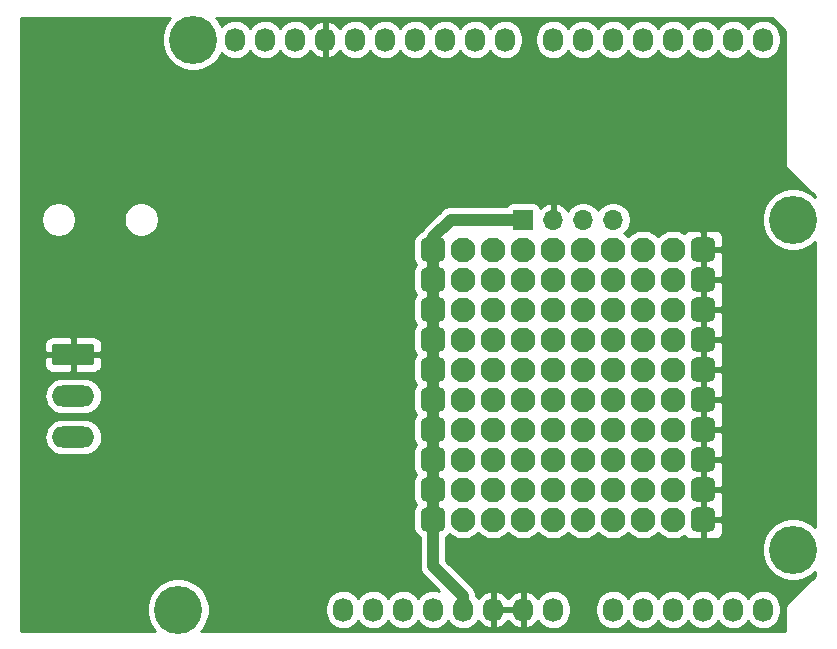
<source format=gbr>
%TF.GenerationSoftware,KiCad,Pcbnew,(5.1.10)-1*%
%TF.CreationDate,2021-11-04T15:07:12-05:00*%
%TF.ProjectId,KVLShield,4b564c53-6869-4656-9c64-2e6b69636164,1.0*%
%TF.SameCoordinates,Original*%
%TF.FileFunction,Copper,L2,Bot*%
%TF.FilePolarity,Positive*%
%FSLAX46Y46*%
G04 Gerber Fmt 4.6, Leading zero omitted, Abs format (unit mm)*
G04 Created by KiCad (PCBNEW (5.1.10)-1) date 2021-11-04 15:07:12*
%MOMM*%
%LPD*%
G01*
G04 APERTURE LIST*
%TA.AperFunction,ComponentPad*%
%ADD10C,2.100000*%
%TD*%
%TA.AperFunction,ComponentPad*%
%ADD11O,3.600000X1.800000*%
%TD*%
%TA.AperFunction,ComponentPad*%
%ADD12O,1.727200X2.032000*%
%TD*%
%TA.AperFunction,ComponentPad*%
%ADD13C,4.064000*%
%TD*%
%TA.AperFunction,ComponentPad*%
%ADD14R,1.700000X1.700000*%
%TD*%
%TA.AperFunction,ComponentPad*%
%ADD15O,1.700000X1.700000*%
%TD*%
%TA.AperFunction,ViaPad*%
%ADD16C,0.800000*%
%TD*%
%TA.AperFunction,Conductor*%
%ADD17C,1.000000*%
%TD*%
%TA.AperFunction,Conductor*%
%ADD18C,0.250000*%
%TD*%
%TA.AperFunction,Conductor*%
%ADD19C,0.254000*%
%TD*%
%TA.AperFunction,Conductor*%
%ADD20C,0.100000*%
%TD*%
G04 APERTURE END LIST*
D10*
%TO.P, ,1*%
%TO.N,N/C*%
X166878000Y-111125000D03*
%TD*%
%TO.P, ,1*%
%TO.N,N/C*%
X166878000Y-98425000D03*
%TD*%
%TO.P, ,1*%
%TO.N,N/C*%
X166878000Y-108585000D03*
%TD*%
%TO.P, ,1*%
%TO.N,N/C*%
X166878000Y-113665000D03*
%TD*%
%TO.P, ,1*%
%TO.N,N/C*%
X166878000Y-116205000D03*
%TD*%
%TO.P, ,1*%
%TO.N,N/C*%
X166878000Y-106045000D03*
%TD*%
%TO.P, ,1*%
%TO.N,N/C*%
X166878000Y-103505000D03*
%TD*%
%TO.P, ,1*%
%TO.N,N/C*%
X166878000Y-100965000D03*
%TD*%
%TO.P, ,1*%
%TO.N,N/C*%
X166878000Y-95885000D03*
%TD*%
%TO.P, ,1*%
%TO.N,N/C*%
X166878000Y-93345000D03*
%TD*%
%TO.P, ,1*%
%TO.N,N/C*%
X164338000Y-111125000D03*
%TD*%
%TO.P, ,1*%
%TO.N,N/C*%
X164338000Y-98425000D03*
%TD*%
%TO.P, ,1*%
%TO.N,N/C*%
X164338000Y-108585000D03*
%TD*%
%TO.P, ,1*%
%TO.N,N/C*%
X164338000Y-113665000D03*
%TD*%
%TO.P, ,1*%
%TO.N,N/C*%
X164338000Y-116205000D03*
%TD*%
%TO.P, ,1*%
%TO.N,N/C*%
X164338000Y-106045000D03*
%TD*%
%TO.P, ,1*%
%TO.N,N/C*%
X164338000Y-103505000D03*
%TD*%
%TO.P, ,1*%
%TO.N,N/C*%
X164338000Y-100965000D03*
%TD*%
%TO.P, ,1*%
%TO.N,N/C*%
X164338000Y-95885000D03*
%TD*%
%TO.P, ,1*%
%TO.N,N/C*%
X164338000Y-93345000D03*
%TD*%
%TO.P, ,1*%
%TO.N,N/C*%
X161798000Y-111125000D03*
%TD*%
%TO.P, ,1*%
%TO.N,N/C*%
X161798000Y-98425000D03*
%TD*%
%TO.P, ,1*%
%TO.N,N/C*%
X161798000Y-108585000D03*
%TD*%
%TO.P, ,1*%
%TO.N,N/C*%
X161798000Y-113665000D03*
%TD*%
%TO.P, ,1*%
%TO.N,N/C*%
X161798000Y-116205000D03*
%TD*%
%TO.P, ,1*%
%TO.N,N/C*%
X161798000Y-106045000D03*
%TD*%
%TO.P, ,1*%
%TO.N,N/C*%
X161798000Y-103505000D03*
%TD*%
%TO.P, ,1*%
%TO.N,N/C*%
X161798000Y-100965000D03*
%TD*%
%TO.P, ,1*%
%TO.N,N/C*%
X161798000Y-95885000D03*
%TD*%
%TO.P, ,1*%
%TO.N,N/C*%
X161798000Y-93345000D03*
%TD*%
%TO.P, ,1*%
%TO.N,N/C*%
X159258000Y-111125000D03*
%TD*%
%TO.P, ,1*%
%TO.N,N/C*%
X159258000Y-98425000D03*
%TD*%
%TO.P, ,1*%
%TO.N,N/C*%
X159258000Y-108585000D03*
%TD*%
%TO.P, ,1*%
%TO.N,N/C*%
X159258000Y-113665000D03*
%TD*%
%TO.P, ,1*%
%TO.N,N/C*%
X159258000Y-116205000D03*
%TD*%
%TO.P, ,1*%
%TO.N,N/C*%
X159258000Y-106045000D03*
%TD*%
%TO.P, ,1*%
%TO.N,N/C*%
X159258000Y-103505000D03*
%TD*%
%TO.P, ,1*%
%TO.N,N/C*%
X159258000Y-100965000D03*
%TD*%
%TO.P, ,1*%
%TO.N,N/C*%
X159258000Y-95885000D03*
%TD*%
%TO.P, ,1*%
%TO.N,N/C*%
X159258000Y-93345000D03*
%TD*%
%TO.P, ,1*%
%TO.N,N/C*%
X156718000Y-111125000D03*
%TD*%
%TO.P, ,1*%
%TO.N,N/C*%
X156718000Y-98425000D03*
%TD*%
%TO.P, ,1*%
%TO.N,N/C*%
X156718000Y-108585000D03*
%TD*%
%TO.P, ,1*%
%TO.N,N/C*%
X156718000Y-113665000D03*
%TD*%
%TO.P, ,1*%
%TO.N,N/C*%
X156718000Y-116205000D03*
%TD*%
%TO.P, ,1*%
%TO.N,N/C*%
X156718000Y-106045000D03*
%TD*%
%TO.P, ,1*%
%TO.N,N/C*%
X156718000Y-103505000D03*
%TD*%
%TO.P, ,1*%
%TO.N,N/C*%
X156718000Y-100965000D03*
%TD*%
%TO.P, ,1*%
%TO.N,N/C*%
X156718000Y-95885000D03*
%TD*%
%TO.P, ,1*%
%TO.N,N/C*%
X156718000Y-93345000D03*
%TD*%
%TO.P, ,1*%
%TO.N,N/C*%
X154178000Y-111125000D03*
%TD*%
%TO.P, ,1*%
%TO.N,N/C*%
X154178000Y-98425000D03*
%TD*%
%TO.P, ,1*%
%TO.N,N/C*%
X154178000Y-108585000D03*
%TD*%
%TO.P, ,1*%
%TO.N,N/C*%
X154178000Y-113665000D03*
%TD*%
%TO.P, ,1*%
%TO.N,N/C*%
X154178000Y-116205000D03*
%TD*%
%TO.P, ,1*%
%TO.N,N/C*%
X154178000Y-106045000D03*
%TD*%
%TO.P, ,1*%
%TO.N,N/C*%
X154178000Y-103505000D03*
%TD*%
%TO.P, ,1*%
%TO.N,N/C*%
X154178000Y-100965000D03*
%TD*%
%TO.P, ,1*%
%TO.N,N/C*%
X154178000Y-95885000D03*
%TD*%
%TO.P, ,1*%
%TO.N,N/C*%
X154178000Y-93345000D03*
%TD*%
%TO.P, ,1*%
%TO.N,N/C*%
X151638000Y-111125000D03*
%TD*%
%TO.P, ,1*%
%TO.N,N/C*%
X151638000Y-98425000D03*
%TD*%
%TO.P, ,1*%
%TO.N,N/C*%
X151638000Y-108585000D03*
%TD*%
%TO.P, ,1*%
%TO.N,N/C*%
X151638000Y-113665000D03*
%TD*%
%TO.P, ,1*%
%TO.N,N/C*%
X151638000Y-116205000D03*
%TD*%
%TO.P, ,1*%
%TO.N,N/C*%
X151638000Y-106045000D03*
%TD*%
%TO.P, ,1*%
%TO.N,N/C*%
X151638000Y-103505000D03*
%TD*%
%TO.P, ,1*%
%TO.N,N/C*%
X151638000Y-100965000D03*
%TD*%
%TO.P, ,1*%
%TO.N,N/C*%
X151638000Y-95885000D03*
%TD*%
%TO.P, ,1*%
%TO.N,N/C*%
X151638000Y-93345000D03*
%TD*%
%TO.P, ,1*%
%TO.N,N/C*%
X149098000Y-116205000D03*
%TD*%
%TO.P, ,1*%
%TO.N,N/C*%
X149098000Y-113665000D03*
%TD*%
%TO.P, ,1*%
%TO.N,N/C*%
X149098000Y-111125000D03*
%TD*%
%TO.P, ,1*%
%TO.N,N/C*%
X149098000Y-108585000D03*
%TD*%
%TO.P, ,1*%
%TO.N,N/C*%
X149098000Y-106045000D03*
%TD*%
%TO.P, ,1*%
%TO.N,N/C*%
X149098000Y-103505000D03*
%TD*%
%TO.P, ,1*%
%TO.N,N/C*%
X149098000Y-100965000D03*
%TD*%
%TO.P, ,1*%
%TO.N,N/C*%
X149098000Y-98425000D03*
%TD*%
%TO.P, ,1*%
%TO.N,N/C*%
X149098000Y-95885000D03*
%TD*%
%TO.P, ,1*%
%TO.N,GND*%
%TA.AperFunction,ComponentPad*%
G36*
G01*
X168368000Y-116730000D02*
X168368000Y-115680000D01*
G75*
G02*
X168893000Y-115155000I525000J0D01*
G01*
X169943000Y-115155000D01*
G75*
G02*
X170468000Y-115680000I0J-525000D01*
G01*
X170468000Y-116730000D01*
G75*
G02*
X169943000Y-117255000I-525000J0D01*
G01*
X168893000Y-117255000D01*
G75*
G02*
X168368000Y-116730000I0J525000D01*
G01*
G37*
%TD.AperFunction*%
%TD*%
%TO.P, ,1*%
%TO.N,GND*%
%TA.AperFunction,ComponentPad*%
G36*
G01*
X168368000Y-114190000D02*
X168368000Y-113140000D01*
G75*
G02*
X168893000Y-112615000I525000J0D01*
G01*
X169943000Y-112615000D01*
G75*
G02*
X170468000Y-113140000I0J-525000D01*
G01*
X170468000Y-114190000D01*
G75*
G02*
X169943000Y-114715000I-525000J0D01*
G01*
X168893000Y-114715000D01*
G75*
G02*
X168368000Y-114190000I0J525000D01*
G01*
G37*
%TD.AperFunction*%
%TD*%
%TO.P, ,1*%
%TO.N,GND*%
%TA.AperFunction,ComponentPad*%
G36*
G01*
X168368000Y-111650000D02*
X168368000Y-110600000D01*
G75*
G02*
X168893000Y-110075000I525000J0D01*
G01*
X169943000Y-110075000D01*
G75*
G02*
X170468000Y-110600000I0J-525000D01*
G01*
X170468000Y-111650000D01*
G75*
G02*
X169943000Y-112175000I-525000J0D01*
G01*
X168893000Y-112175000D01*
G75*
G02*
X168368000Y-111650000I0J525000D01*
G01*
G37*
%TD.AperFunction*%
%TD*%
%TO.P, ,1*%
%TO.N,GND*%
%TA.AperFunction,ComponentPad*%
G36*
G01*
X168368000Y-109110000D02*
X168368000Y-108060000D01*
G75*
G02*
X168893000Y-107535000I525000J0D01*
G01*
X169943000Y-107535000D01*
G75*
G02*
X170468000Y-108060000I0J-525000D01*
G01*
X170468000Y-109110000D01*
G75*
G02*
X169943000Y-109635000I-525000J0D01*
G01*
X168893000Y-109635000D01*
G75*
G02*
X168368000Y-109110000I0J525000D01*
G01*
G37*
%TD.AperFunction*%
%TD*%
%TO.P, ,1*%
%TO.N,GND*%
%TA.AperFunction,ComponentPad*%
G36*
G01*
X168368000Y-106570000D02*
X168368000Y-105520000D01*
G75*
G02*
X168893000Y-104995000I525000J0D01*
G01*
X169943000Y-104995000D01*
G75*
G02*
X170468000Y-105520000I0J-525000D01*
G01*
X170468000Y-106570000D01*
G75*
G02*
X169943000Y-107095000I-525000J0D01*
G01*
X168893000Y-107095000D01*
G75*
G02*
X168368000Y-106570000I0J525000D01*
G01*
G37*
%TD.AperFunction*%
%TD*%
%TO.P, ,1*%
%TO.N,GND*%
%TA.AperFunction,ComponentPad*%
G36*
G01*
X168368000Y-104030000D02*
X168368000Y-102980000D01*
G75*
G02*
X168893000Y-102455000I525000J0D01*
G01*
X169943000Y-102455000D01*
G75*
G02*
X170468000Y-102980000I0J-525000D01*
G01*
X170468000Y-104030000D01*
G75*
G02*
X169943000Y-104555000I-525000J0D01*
G01*
X168893000Y-104555000D01*
G75*
G02*
X168368000Y-104030000I0J525000D01*
G01*
G37*
%TD.AperFunction*%
%TD*%
%TO.P, ,1*%
%TO.N,GND*%
%TA.AperFunction,ComponentPad*%
G36*
G01*
X168368000Y-101490000D02*
X168368000Y-100440000D01*
G75*
G02*
X168893000Y-99915000I525000J0D01*
G01*
X169943000Y-99915000D01*
G75*
G02*
X170468000Y-100440000I0J-525000D01*
G01*
X170468000Y-101490000D01*
G75*
G02*
X169943000Y-102015000I-525000J0D01*
G01*
X168893000Y-102015000D01*
G75*
G02*
X168368000Y-101490000I0J525000D01*
G01*
G37*
%TD.AperFunction*%
%TD*%
%TO.P, ,1*%
%TO.N,GND*%
%TA.AperFunction,ComponentPad*%
G36*
G01*
X168368000Y-98950000D02*
X168368000Y-97900000D01*
G75*
G02*
X168893000Y-97375000I525000J0D01*
G01*
X169943000Y-97375000D01*
G75*
G02*
X170468000Y-97900000I0J-525000D01*
G01*
X170468000Y-98950000D01*
G75*
G02*
X169943000Y-99475000I-525000J0D01*
G01*
X168893000Y-99475000D01*
G75*
G02*
X168368000Y-98950000I0J525000D01*
G01*
G37*
%TD.AperFunction*%
%TD*%
%TO.P, ,1*%
%TO.N,GND*%
%TA.AperFunction,ComponentPad*%
G36*
G01*
X168368000Y-96410000D02*
X168368000Y-95360000D01*
G75*
G02*
X168893000Y-94835000I525000J0D01*
G01*
X169943000Y-94835000D01*
G75*
G02*
X170468000Y-95360000I0J-525000D01*
G01*
X170468000Y-96410000D01*
G75*
G02*
X169943000Y-96935000I-525000J0D01*
G01*
X168893000Y-96935000D01*
G75*
G02*
X168368000Y-96410000I0J525000D01*
G01*
G37*
%TD.AperFunction*%
%TD*%
%TO.P, ,1*%
%TO.N,+5V*%
%TA.AperFunction,ComponentPad*%
G36*
G01*
X145508000Y-116730000D02*
X145508000Y-115680000D01*
G75*
G02*
X146033000Y-115155000I525000J0D01*
G01*
X147083000Y-115155000D01*
G75*
G02*
X147608000Y-115680000I0J-525000D01*
G01*
X147608000Y-116730000D01*
G75*
G02*
X147083000Y-117255000I-525000J0D01*
G01*
X146033000Y-117255000D01*
G75*
G02*
X145508000Y-116730000I0J525000D01*
G01*
G37*
%TD.AperFunction*%
%TD*%
%TO.P, ,1*%
%TO.N,+5V*%
%TA.AperFunction,ComponentPad*%
G36*
G01*
X145508000Y-114190000D02*
X145508000Y-113140000D01*
G75*
G02*
X146033000Y-112615000I525000J0D01*
G01*
X147083000Y-112615000D01*
G75*
G02*
X147608000Y-113140000I0J-525000D01*
G01*
X147608000Y-114190000D01*
G75*
G02*
X147083000Y-114715000I-525000J0D01*
G01*
X146033000Y-114715000D01*
G75*
G02*
X145508000Y-114190000I0J525000D01*
G01*
G37*
%TD.AperFunction*%
%TD*%
%TO.P, ,1*%
%TO.N,+5V*%
%TA.AperFunction,ComponentPad*%
G36*
G01*
X145508000Y-111650000D02*
X145508000Y-110600000D01*
G75*
G02*
X146033000Y-110075000I525000J0D01*
G01*
X147083000Y-110075000D01*
G75*
G02*
X147608000Y-110600000I0J-525000D01*
G01*
X147608000Y-111650000D01*
G75*
G02*
X147083000Y-112175000I-525000J0D01*
G01*
X146033000Y-112175000D01*
G75*
G02*
X145508000Y-111650000I0J525000D01*
G01*
G37*
%TD.AperFunction*%
%TD*%
%TO.P, ,1*%
%TO.N,+5V*%
%TA.AperFunction,ComponentPad*%
G36*
G01*
X145508000Y-109110000D02*
X145508000Y-108060000D01*
G75*
G02*
X146033000Y-107535000I525000J0D01*
G01*
X147083000Y-107535000D01*
G75*
G02*
X147608000Y-108060000I0J-525000D01*
G01*
X147608000Y-109110000D01*
G75*
G02*
X147083000Y-109635000I-525000J0D01*
G01*
X146033000Y-109635000D01*
G75*
G02*
X145508000Y-109110000I0J525000D01*
G01*
G37*
%TD.AperFunction*%
%TD*%
%TO.P, ,1*%
%TO.N,+5V*%
%TA.AperFunction,ComponentPad*%
G36*
G01*
X145508000Y-106570000D02*
X145508000Y-105520000D01*
G75*
G02*
X146033000Y-104995000I525000J0D01*
G01*
X147083000Y-104995000D01*
G75*
G02*
X147608000Y-105520000I0J-525000D01*
G01*
X147608000Y-106570000D01*
G75*
G02*
X147083000Y-107095000I-525000J0D01*
G01*
X146033000Y-107095000D01*
G75*
G02*
X145508000Y-106570000I0J525000D01*
G01*
G37*
%TD.AperFunction*%
%TD*%
%TO.P, ,1*%
%TO.N,+5V*%
%TA.AperFunction,ComponentPad*%
G36*
G01*
X145508000Y-104030000D02*
X145508000Y-102980000D01*
G75*
G02*
X146033000Y-102455000I525000J0D01*
G01*
X147083000Y-102455000D01*
G75*
G02*
X147608000Y-102980000I0J-525000D01*
G01*
X147608000Y-104030000D01*
G75*
G02*
X147083000Y-104555000I-525000J0D01*
G01*
X146033000Y-104555000D01*
G75*
G02*
X145508000Y-104030000I0J525000D01*
G01*
G37*
%TD.AperFunction*%
%TD*%
%TO.P, ,1*%
%TO.N,+5V*%
%TA.AperFunction,ComponentPad*%
G36*
G01*
X145508000Y-101490000D02*
X145508000Y-100440000D01*
G75*
G02*
X146033000Y-99915000I525000J0D01*
G01*
X147083000Y-99915000D01*
G75*
G02*
X147608000Y-100440000I0J-525000D01*
G01*
X147608000Y-101490000D01*
G75*
G02*
X147083000Y-102015000I-525000J0D01*
G01*
X146033000Y-102015000D01*
G75*
G02*
X145508000Y-101490000I0J525000D01*
G01*
G37*
%TD.AperFunction*%
%TD*%
%TO.P, ,1*%
%TO.N,+5V*%
%TA.AperFunction,ComponentPad*%
G36*
G01*
X145508000Y-98950000D02*
X145508000Y-97900000D01*
G75*
G02*
X146033000Y-97375000I525000J0D01*
G01*
X147083000Y-97375000D01*
G75*
G02*
X147608000Y-97900000I0J-525000D01*
G01*
X147608000Y-98950000D01*
G75*
G02*
X147083000Y-99475000I-525000J0D01*
G01*
X146033000Y-99475000D01*
G75*
G02*
X145508000Y-98950000I0J525000D01*
G01*
G37*
%TD.AperFunction*%
%TD*%
%TO.P, ,1*%
%TO.N,+5V*%
%TA.AperFunction,ComponentPad*%
G36*
G01*
X145508000Y-96410000D02*
X145508000Y-95360000D01*
G75*
G02*
X146033000Y-94835000I525000J0D01*
G01*
X147083000Y-94835000D01*
G75*
G02*
X147608000Y-95360000I0J-525000D01*
G01*
X147608000Y-96410000D01*
G75*
G02*
X147083000Y-96935000I-525000J0D01*
G01*
X146033000Y-96935000D01*
G75*
G02*
X145508000Y-96410000I0J525000D01*
G01*
G37*
%TD.AperFunction*%
%TD*%
%TO.P, ,1*%
%TO.N,GND*%
%TA.AperFunction,ComponentPad*%
G36*
G01*
X168368000Y-93870000D02*
X168368000Y-92820000D01*
G75*
G02*
X168893000Y-92295000I525000J0D01*
G01*
X169943000Y-92295000D01*
G75*
G02*
X170468000Y-92820000I0J-525000D01*
G01*
X170468000Y-93870000D01*
G75*
G02*
X169943000Y-94395000I-525000J0D01*
G01*
X168893000Y-94395000D01*
G75*
G02*
X168368000Y-93870000I0J525000D01*
G01*
G37*
%TD.AperFunction*%
%TD*%
%TO.P, ,1*%
%TO.N,N/C*%
X149098000Y-93345000D03*
%TD*%
%TO.P, ,1*%
%TO.N,+5V*%
%TA.AperFunction,ComponentPad*%
G36*
G01*
X145508000Y-93870000D02*
X145508000Y-92820000D01*
G75*
G02*
X146033000Y-92295000I525000J0D01*
G01*
X147083000Y-92295000D01*
G75*
G02*
X147608000Y-92820000I0J-525000D01*
G01*
X147608000Y-93870000D01*
G75*
G02*
X147083000Y-94395000I-525000J0D01*
G01*
X146033000Y-94395000D01*
G75*
G02*
X145508000Y-93870000I0J525000D01*
G01*
G37*
%TD.AperFunction*%
%TD*%
D11*
%TO.P,J1,3*%
%TO.N,/KFD_SENSE*%
X116078000Y-109235000D03*
%TO.P,J1,2*%
%TO.N,/KFD_DATA*%
X116078000Y-105735000D03*
%TO.P,J1,1*%
%TO.N,GND*%
%TA.AperFunction,ComponentPad*%
G36*
G01*
X114528000Y-101335000D02*
X117628000Y-101335000D01*
G75*
G02*
X117878000Y-101585000I0J-250000D01*
G01*
X117878000Y-102885000D01*
G75*
G02*
X117628000Y-103135000I-250000J0D01*
G01*
X114528000Y-103135000D01*
G75*
G02*
X114278000Y-102885000I0J250000D01*
G01*
X114278000Y-101585000D01*
G75*
G02*
X114528000Y-101335000I250000J0D01*
G01*
G37*
%TD.AperFunction*%
%TD*%
D12*
%TO.P,P1,8*%
%TO.N,/Vin*%
X156718000Y-123825000D03*
%TO.P,P1,7*%
%TO.N,GND*%
X154178000Y-123825000D03*
%TO.P,P1,6*%
X151638000Y-123825000D03*
%TO.P,P1,5*%
%TO.N,+5V*%
X149098000Y-123825000D03*
%TO.P,P1,4*%
%TO.N,+3V3*%
X146558000Y-123825000D03*
%TO.P,P1,3*%
%TO.N,/Reset*%
X144018000Y-123825000D03*
%TO.P,P1,2*%
%TO.N,/IOREF*%
X141478000Y-123825000D03*
%TO.P,P1,1*%
%TO.N,Net-(P1-Pad1)*%
X138938000Y-123825000D03*
%TD*%
%TO.P,P2,6*%
%TO.N,/A5(SCL)*%
X174498000Y-123825000D03*
%TO.P,P2,5*%
%TO.N,/A4(SDA)*%
X171958000Y-123825000D03*
%TO.P,P2,4*%
%TO.N,/A3*%
X169418000Y-123825000D03*
%TO.P,P2,3*%
%TO.N,/A2*%
X166878000Y-123825000D03*
%TO.P,P2,2*%
%TO.N,/A1*%
X164338000Y-123825000D03*
%TO.P,P2,1*%
%TO.N,/A0*%
X161798000Y-123825000D03*
%TD*%
%TO.P,P3,10*%
%TO.N,/8*%
X152654000Y-75565000D03*
%TO.P,P3,9*%
%TO.N,/9(\u002A\u002A)*%
X150114000Y-75565000D03*
%TO.P,P3,8*%
%TO.N,/10(\u002A\u002A/SS)*%
X147574000Y-75565000D03*
%TO.P,P3,7*%
%TO.N,/11(\u002A\u002A/MOSI)*%
X145034000Y-75565000D03*
%TO.P,P3,6*%
%TO.N,/12(MISO)*%
X142494000Y-75565000D03*
%TO.P,P3,5*%
%TO.N,/13(SCK)*%
X139954000Y-75565000D03*
%TO.P,P3,4*%
%TO.N,GND*%
X137414000Y-75565000D03*
%TO.P,P3,3*%
%TO.N,/AREF*%
X134874000Y-75565000D03*
%TO.P,P3,2*%
%TO.N,Net-(P3-Pad2)*%
X132334000Y-75565000D03*
%TO.P,P3,1*%
%TO.N,Net-(P3-Pad1)*%
X129794000Y-75565000D03*
%TD*%
%TO.P,P4,8*%
%TO.N,/0(Rx)*%
X174498000Y-75565000D03*
%TO.P,P4,7*%
%TO.N,/1(Tx)*%
X171958000Y-75565000D03*
%TO.P,P4,6*%
%TO.N,/2*%
X169418000Y-75565000D03*
%TO.P,P4,5*%
%TO.N,/3(\u002A\u002A)*%
X166878000Y-75565000D03*
%TO.P,P4,4*%
%TO.N,/4*%
X164338000Y-75565000D03*
%TO.P,P4,3*%
%TO.N,/5(\u002A\u002A)*%
X161798000Y-75565000D03*
%TO.P,P4,2*%
%TO.N,/6(\u002A\u002A)*%
X159258000Y-75565000D03*
%TO.P,P4,1*%
%TO.N,/7*%
X156718000Y-75565000D03*
%TD*%
D13*
%TO.P,P5,1*%
%TO.N,Net-(P5-Pad1)*%
X124968000Y-123825000D03*
%TD*%
%TO.P,P6,1*%
%TO.N,Net-(P6-Pad1)*%
X177038000Y-118745000D03*
%TD*%
%TO.P,P7,1*%
%TO.N,Net-(P7-Pad1)*%
X126238000Y-75565000D03*
%TD*%
%TO.P,P8,1*%
%TO.N,Net-(P8-Pad1)*%
X177038000Y-90805000D03*
%TD*%
D14*
%TO.P,J2,1*%
%TO.N,+5V*%
X154178000Y-90805000D03*
D15*
%TO.P,J2,2*%
%TO.N,GND*%
X156718000Y-90805000D03*
%TO.P,J2,3*%
%TO.N,/A5(SCL)*%
X159258000Y-90805000D03*
%TO.P,J2,4*%
%TO.N,/A4(SDA)*%
X161798000Y-90805000D03*
%TD*%
D16*
%TO.N,GND*%
X126998000Y-88365000D03*
X126998000Y-90365000D03*
X126998000Y-92365000D03*
X137998000Y-82365000D03*
X137998000Y-85365000D03*
X137998000Y-89865000D03*
X137998000Y-93365000D03*
%TD*%
D17*
%TO.N,+5V*%
X149098000Y-123825000D02*
X149098000Y-122715000D01*
X146558000Y-120175000D02*
X146558000Y-116205000D01*
X149098000Y-122715000D02*
X146558000Y-120175000D01*
X146558000Y-116205000D02*
X146558000Y-113665000D01*
X146558000Y-113665000D02*
X146558000Y-111125000D01*
X146558000Y-111125000D02*
X146558000Y-108585000D01*
X146558000Y-108585000D02*
X146558000Y-106045000D01*
X146558000Y-106045000D02*
X146558000Y-103505000D01*
X146558000Y-103505000D02*
X146558000Y-100965000D01*
X146558000Y-100965000D02*
X146558000Y-98425000D01*
X146558000Y-98425000D02*
X146558000Y-95885000D01*
X146558000Y-95885000D02*
X146558000Y-93345000D01*
X154178000Y-90805000D02*
X148058000Y-90805000D01*
X146558000Y-92305000D02*
X146558000Y-93345000D01*
X148058000Y-90805000D02*
X146558000Y-92305000D01*
D18*
%TO.N,/KFD_DATA*%
X116388000Y-106045000D02*
X116078000Y-105735000D01*
%TO.N,/KFD_SENSE*%
X116728000Y-108585000D02*
X116078000Y-109235000D01*
%TD*%
D19*
%TO.N,GND*%
X124166406Y-73864887D02*
X123874536Y-74301702D01*
X123673492Y-74787065D01*
X123571000Y-75302323D01*
X123571000Y-75827677D01*
X123673492Y-76342935D01*
X123874536Y-76828298D01*
X124166406Y-77265113D01*
X124537887Y-77636594D01*
X124974702Y-77928464D01*
X125460065Y-78129508D01*
X125975323Y-78232000D01*
X126500677Y-78232000D01*
X127015935Y-78129508D01*
X127501298Y-77928464D01*
X127938113Y-77636594D01*
X128309594Y-77265113D01*
X128601464Y-76828298D01*
X128657001Y-76694219D01*
X128729203Y-76782197D01*
X128957395Y-76969469D01*
X129217737Y-77108625D01*
X129500224Y-77194316D01*
X129794000Y-77223251D01*
X130087777Y-77194316D01*
X130370264Y-77108625D01*
X130630606Y-76969469D01*
X130858797Y-76782197D01*
X131046069Y-76554006D01*
X131064000Y-76520459D01*
X131081931Y-76554006D01*
X131269203Y-76782197D01*
X131497395Y-76969469D01*
X131757737Y-77108625D01*
X132040224Y-77194316D01*
X132334000Y-77223251D01*
X132627777Y-77194316D01*
X132910264Y-77108625D01*
X133170606Y-76969469D01*
X133398797Y-76782197D01*
X133586069Y-76554006D01*
X133604000Y-76520459D01*
X133621931Y-76554006D01*
X133809203Y-76782197D01*
X134037395Y-76969469D01*
X134297737Y-77108625D01*
X134580224Y-77194316D01*
X134874000Y-77223251D01*
X135167777Y-77194316D01*
X135450264Y-77108625D01*
X135710606Y-76969469D01*
X135938797Y-76782197D01*
X136126069Y-76554006D01*
X136147424Y-76514053D01*
X136295514Y-76716729D01*
X136511965Y-76915733D01*
X136763081Y-77068686D01*
X137039211Y-77169709D01*
X137054974Y-77172358D01*
X137287000Y-77051217D01*
X137287000Y-75692000D01*
X137267000Y-75692000D01*
X137267000Y-75438000D01*
X137287000Y-75438000D01*
X137287000Y-74078783D01*
X137541000Y-74078783D01*
X137541000Y-75438000D01*
X137561000Y-75438000D01*
X137561000Y-75692000D01*
X137541000Y-75692000D01*
X137541000Y-77051217D01*
X137773026Y-77172358D01*
X137788789Y-77169709D01*
X138064919Y-77068686D01*
X138316035Y-76915733D01*
X138532486Y-76716729D01*
X138680576Y-76514053D01*
X138701931Y-76554006D01*
X138889203Y-76782197D01*
X139117395Y-76969469D01*
X139377737Y-77108625D01*
X139660224Y-77194316D01*
X139954000Y-77223251D01*
X140247777Y-77194316D01*
X140530264Y-77108625D01*
X140790606Y-76969469D01*
X141018797Y-76782197D01*
X141206069Y-76554006D01*
X141224000Y-76520459D01*
X141241931Y-76554006D01*
X141429203Y-76782197D01*
X141657395Y-76969469D01*
X141917737Y-77108625D01*
X142200224Y-77194316D01*
X142494000Y-77223251D01*
X142787777Y-77194316D01*
X143070264Y-77108625D01*
X143330606Y-76969469D01*
X143558797Y-76782197D01*
X143746069Y-76554006D01*
X143764000Y-76520459D01*
X143781931Y-76554006D01*
X143969203Y-76782197D01*
X144197395Y-76969469D01*
X144457737Y-77108625D01*
X144740224Y-77194316D01*
X145034000Y-77223251D01*
X145327777Y-77194316D01*
X145610264Y-77108625D01*
X145870606Y-76969469D01*
X146098797Y-76782197D01*
X146286069Y-76554006D01*
X146304000Y-76520459D01*
X146321931Y-76554006D01*
X146509203Y-76782197D01*
X146737395Y-76969469D01*
X146997737Y-77108625D01*
X147280224Y-77194316D01*
X147574000Y-77223251D01*
X147867777Y-77194316D01*
X148150264Y-77108625D01*
X148410606Y-76969469D01*
X148638797Y-76782197D01*
X148826069Y-76554006D01*
X148844000Y-76520459D01*
X148861931Y-76554006D01*
X149049203Y-76782197D01*
X149277395Y-76969469D01*
X149537737Y-77108625D01*
X149820224Y-77194316D01*
X150114000Y-77223251D01*
X150407777Y-77194316D01*
X150690264Y-77108625D01*
X150950606Y-76969469D01*
X151178797Y-76782197D01*
X151366069Y-76554006D01*
X151384000Y-76520459D01*
X151401931Y-76554006D01*
X151589203Y-76782197D01*
X151817395Y-76969469D01*
X152077737Y-77108625D01*
X152360224Y-77194316D01*
X152654000Y-77223251D01*
X152947777Y-77194316D01*
X153230264Y-77108625D01*
X153490606Y-76969469D01*
X153718797Y-76782197D01*
X153906069Y-76554006D01*
X154045225Y-76293663D01*
X154130916Y-76011176D01*
X154152600Y-75791018D01*
X154152600Y-75338982D01*
X155219400Y-75338982D01*
X155219400Y-75791019D01*
X155241084Y-76011177D01*
X155326775Y-76293664D01*
X155465931Y-76554006D01*
X155653203Y-76782197D01*
X155881395Y-76969469D01*
X156141737Y-77108625D01*
X156424224Y-77194316D01*
X156718000Y-77223251D01*
X157011777Y-77194316D01*
X157294264Y-77108625D01*
X157554606Y-76969469D01*
X157782797Y-76782197D01*
X157970069Y-76554006D01*
X157988000Y-76520459D01*
X158005931Y-76554006D01*
X158193203Y-76782197D01*
X158421395Y-76969469D01*
X158681737Y-77108625D01*
X158964224Y-77194316D01*
X159258000Y-77223251D01*
X159551777Y-77194316D01*
X159834264Y-77108625D01*
X160094606Y-76969469D01*
X160322797Y-76782197D01*
X160510069Y-76554006D01*
X160528000Y-76520459D01*
X160545931Y-76554006D01*
X160733203Y-76782197D01*
X160961395Y-76969469D01*
X161221737Y-77108625D01*
X161504224Y-77194316D01*
X161798000Y-77223251D01*
X162091777Y-77194316D01*
X162374264Y-77108625D01*
X162634606Y-76969469D01*
X162862797Y-76782197D01*
X163050069Y-76554006D01*
X163068000Y-76520459D01*
X163085931Y-76554006D01*
X163273203Y-76782197D01*
X163501395Y-76969469D01*
X163761737Y-77108625D01*
X164044224Y-77194316D01*
X164338000Y-77223251D01*
X164631777Y-77194316D01*
X164914264Y-77108625D01*
X165174606Y-76969469D01*
X165402797Y-76782197D01*
X165590069Y-76554006D01*
X165608000Y-76520459D01*
X165625931Y-76554006D01*
X165813203Y-76782197D01*
X166041395Y-76969469D01*
X166301737Y-77108625D01*
X166584224Y-77194316D01*
X166878000Y-77223251D01*
X167171777Y-77194316D01*
X167454264Y-77108625D01*
X167714606Y-76969469D01*
X167942797Y-76782197D01*
X168130069Y-76554006D01*
X168148000Y-76520459D01*
X168165931Y-76554006D01*
X168353203Y-76782197D01*
X168581395Y-76969469D01*
X168841737Y-77108625D01*
X169124224Y-77194316D01*
X169418000Y-77223251D01*
X169711777Y-77194316D01*
X169994264Y-77108625D01*
X170254606Y-76969469D01*
X170482797Y-76782197D01*
X170670069Y-76554006D01*
X170688000Y-76520459D01*
X170705931Y-76554006D01*
X170893203Y-76782197D01*
X171121395Y-76969469D01*
X171381737Y-77108625D01*
X171664224Y-77194316D01*
X171958000Y-77223251D01*
X172251777Y-77194316D01*
X172534264Y-77108625D01*
X172794606Y-76969469D01*
X173022797Y-76782197D01*
X173210069Y-76554006D01*
X173228000Y-76520459D01*
X173245931Y-76554006D01*
X173433203Y-76782197D01*
X173661395Y-76969469D01*
X173921737Y-77108625D01*
X174204224Y-77194316D01*
X174498000Y-77223251D01*
X174791777Y-77194316D01*
X175074264Y-77108625D01*
X175334606Y-76969469D01*
X175562797Y-76782197D01*
X175750069Y-76554006D01*
X175889225Y-76293663D01*
X175974916Y-76011176D01*
X175996600Y-75791018D01*
X175996600Y-75338981D01*
X175974916Y-75118823D01*
X175889225Y-74836336D01*
X175750069Y-74575994D01*
X175562797Y-74347803D01*
X175334605Y-74160531D01*
X175074263Y-74021375D01*
X174791776Y-73935684D01*
X174498000Y-73906749D01*
X174204223Y-73935684D01*
X173921736Y-74021375D01*
X173661394Y-74160531D01*
X173433203Y-74347803D01*
X173245931Y-74575995D01*
X173228000Y-74609541D01*
X173210069Y-74575994D01*
X173022797Y-74347803D01*
X172794605Y-74160531D01*
X172534263Y-74021375D01*
X172251776Y-73935684D01*
X171958000Y-73906749D01*
X171664223Y-73935684D01*
X171381736Y-74021375D01*
X171121394Y-74160531D01*
X170893203Y-74347803D01*
X170705931Y-74575995D01*
X170688000Y-74609541D01*
X170670069Y-74575994D01*
X170482797Y-74347803D01*
X170254605Y-74160531D01*
X169994263Y-74021375D01*
X169711776Y-73935684D01*
X169418000Y-73906749D01*
X169124223Y-73935684D01*
X168841736Y-74021375D01*
X168581394Y-74160531D01*
X168353203Y-74347803D01*
X168165931Y-74575995D01*
X168148000Y-74609541D01*
X168130069Y-74575994D01*
X167942797Y-74347803D01*
X167714605Y-74160531D01*
X167454263Y-74021375D01*
X167171776Y-73935684D01*
X166878000Y-73906749D01*
X166584223Y-73935684D01*
X166301736Y-74021375D01*
X166041394Y-74160531D01*
X165813203Y-74347803D01*
X165625931Y-74575995D01*
X165608000Y-74609541D01*
X165590069Y-74575994D01*
X165402797Y-74347803D01*
X165174605Y-74160531D01*
X164914263Y-74021375D01*
X164631776Y-73935684D01*
X164338000Y-73906749D01*
X164044223Y-73935684D01*
X163761736Y-74021375D01*
X163501394Y-74160531D01*
X163273203Y-74347803D01*
X163085931Y-74575995D01*
X163068000Y-74609541D01*
X163050069Y-74575994D01*
X162862797Y-74347803D01*
X162634605Y-74160531D01*
X162374263Y-74021375D01*
X162091776Y-73935684D01*
X161798000Y-73906749D01*
X161504223Y-73935684D01*
X161221736Y-74021375D01*
X160961394Y-74160531D01*
X160733203Y-74347803D01*
X160545931Y-74575995D01*
X160528000Y-74609541D01*
X160510069Y-74575994D01*
X160322797Y-74347803D01*
X160094605Y-74160531D01*
X159834263Y-74021375D01*
X159551776Y-73935684D01*
X159258000Y-73906749D01*
X158964223Y-73935684D01*
X158681736Y-74021375D01*
X158421394Y-74160531D01*
X158193203Y-74347803D01*
X158005931Y-74575995D01*
X157988000Y-74609541D01*
X157970069Y-74575994D01*
X157782797Y-74347803D01*
X157554605Y-74160531D01*
X157294263Y-74021375D01*
X157011776Y-73935684D01*
X156718000Y-73906749D01*
X156424223Y-73935684D01*
X156141736Y-74021375D01*
X155881394Y-74160531D01*
X155653203Y-74347803D01*
X155465931Y-74575995D01*
X155326775Y-74836337D01*
X155241084Y-75118824D01*
X155219400Y-75338982D01*
X154152600Y-75338982D01*
X154152600Y-75338981D01*
X154130916Y-75118823D01*
X154045225Y-74836336D01*
X153906069Y-74575994D01*
X153718797Y-74347803D01*
X153490605Y-74160531D01*
X153230263Y-74021375D01*
X152947776Y-73935684D01*
X152654000Y-73906749D01*
X152360223Y-73935684D01*
X152077736Y-74021375D01*
X151817394Y-74160531D01*
X151589203Y-74347803D01*
X151401931Y-74575995D01*
X151384000Y-74609541D01*
X151366069Y-74575994D01*
X151178797Y-74347803D01*
X150950605Y-74160531D01*
X150690263Y-74021375D01*
X150407776Y-73935684D01*
X150114000Y-73906749D01*
X149820223Y-73935684D01*
X149537736Y-74021375D01*
X149277394Y-74160531D01*
X149049203Y-74347803D01*
X148861931Y-74575995D01*
X148844000Y-74609541D01*
X148826069Y-74575994D01*
X148638797Y-74347803D01*
X148410605Y-74160531D01*
X148150263Y-74021375D01*
X147867776Y-73935684D01*
X147574000Y-73906749D01*
X147280223Y-73935684D01*
X146997736Y-74021375D01*
X146737394Y-74160531D01*
X146509203Y-74347803D01*
X146321931Y-74575995D01*
X146304000Y-74609541D01*
X146286069Y-74575994D01*
X146098797Y-74347803D01*
X145870605Y-74160531D01*
X145610263Y-74021375D01*
X145327776Y-73935684D01*
X145034000Y-73906749D01*
X144740223Y-73935684D01*
X144457736Y-74021375D01*
X144197394Y-74160531D01*
X143969203Y-74347803D01*
X143781931Y-74575995D01*
X143764000Y-74609541D01*
X143746069Y-74575994D01*
X143558797Y-74347803D01*
X143330605Y-74160531D01*
X143070263Y-74021375D01*
X142787776Y-73935684D01*
X142494000Y-73906749D01*
X142200223Y-73935684D01*
X141917736Y-74021375D01*
X141657394Y-74160531D01*
X141429203Y-74347803D01*
X141241931Y-74575995D01*
X141224000Y-74609541D01*
X141206069Y-74575994D01*
X141018797Y-74347803D01*
X140790605Y-74160531D01*
X140530263Y-74021375D01*
X140247776Y-73935684D01*
X139954000Y-73906749D01*
X139660223Y-73935684D01*
X139377736Y-74021375D01*
X139117394Y-74160531D01*
X138889203Y-74347803D01*
X138701931Y-74575995D01*
X138680576Y-74615947D01*
X138532486Y-74413271D01*
X138316035Y-74214267D01*
X138064919Y-74061314D01*
X137788789Y-73960291D01*
X137773026Y-73957642D01*
X137541000Y-74078783D01*
X137287000Y-74078783D01*
X137054974Y-73957642D01*
X137039211Y-73960291D01*
X136763081Y-74061314D01*
X136511965Y-74214267D01*
X136295514Y-74413271D01*
X136147424Y-74615947D01*
X136126069Y-74575994D01*
X135938797Y-74347803D01*
X135710605Y-74160531D01*
X135450263Y-74021375D01*
X135167776Y-73935684D01*
X134874000Y-73906749D01*
X134580223Y-73935684D01*
X134297736Y-74021375D01*
X134037394Y-74160531D01*
X133809203Y-74347803D01*
X133621931Y-74575995D01*
X133604000Y-74609541D01*
X133586069Y-74575994D01*
X133398797Y-74347803D01*
X133170605Y-74160531D01*
X132910263Y-74021375D01*
X132627776Y-73935684D01*
X132334000Y-73906749D01*
X132040223Y-73935684D01*
X131757736Y-74021375D01*
X131497394Y-74160531D01*
X131269203Y-74347803D01*
X131081931Y-74575995D01*
X131064000Y-74609541D01*
X131046069Y-74575994D01*
X130858797Y-74347803D01*
X130630605Y-74160531D01*
X130370263Y-74021375D01*
X130087776Y-73935684D01*
X129794000Y-73906749D01*
X129500223Y-73935684D01*
X129217736Y-74021375D01*
X128957394Y-74160531D01*
X128729203Y-74347803D01*
X128657001Y-74435781D01*
X128601464Y-74301702D01*
X128309594Y-73864887D01*
X128179707Y-73735000D01*
X175219909Y-73735000D01*
X176328001Y-74843093D01*
X176328000Y-85944125D01*
X176324565Y-85979000D01*
X176328000Y-86013875D01*
X176328000Y-86013876D01*
X176338273Y-86118183D01*
X176378872Y-86252019D01*
X176444800Y-86375362D01*
X176533525Y-86483474D01*
X176560617Y-86505708D01*
X178868001Y-88813093D01*
X178868001Y-88863294D01*
X178738113Y-88733406D01*
X178301298Y-88441536D01*
X177815935Y-88240492D01*
X177300677Y-88138000D01*
X176775323Y-88138000D01*
X176260065Y-88240492D01*
X175774702Y-88441536D01*
X175337887Y-88733406D01*
X174966406Y-89104887D01*
X174674536Y-89541702D01*
X174473492Y-90027065D01*
X174371000Y-90542323D01*
X174371000Y-91067677D01*
X174473492Y-91582935D01*
X174674536Y-92068298D01*
X174966406Y-92505113D01*
X175337887Y-92876594D01*
X175774702Y-93168464D01*
X176260065Y-93369508D01*
X176775323Y-93472000D01*
X177300677Y-93472000D01*
X177815935Y-93369508D01*
X178301298Y-93168464D01*
X178738113Y-92876594D01*
X178868001Y-92746706D01*
X178868000Y-116803293D01*
X178738113Y-116673406D01*
X178301298Y-116381536D01*
X177815935Y-116180492D01*
X177300677Y-116078000D01*
X176775323Y-116078000D01*
X176260065Y-116180492D01*
X175774702Y-116381536D01*
X175337887Y-116673406D01*
X174966406Y-117044887D01*
X174674536Y-117481702D01*
X174473492Y-117967065D01*
X174371000Y-118482323D01*
X174371000Y-119007677D01*
X174473492Y-119522935D01*
X174674536Y-120008298D01*
X174966406Y-120445113D01*
X175337887Y-120816594D01*
X175774702Y-121108464D01*
X176260065Y-121309508D01*
X176775323Y-121412000D01*
X177300677Y-121412000D01*
X177815935Y-121309508D01*
X178301298Y-121108464D01*
X178738113Y-120816594D01*
X178868000Y-120686707D01*
X178868000Y-120990908D01*
X176560617Y-123298292D01*
X176533526Y-123320525D01*
X176511293Y-123347616D01*
X176444801Y-123428637D01*
X176378872Y-123551981D01*
X176338274Y-123685816D01*
X176324565Y-123825000D01*
X176328001Y-123859885D01*
X176328000Y-125655000D01*
X126909707Y-125655000D01*
X127039594Y-125525113D01*
X127331464Y-125088298D01*
X127532508Y-124602935D01*
X127635000Y-124087677D01*
X127635000Y-123598982D01*
X137439400Y-123598982D01*
X137439400Y-124051019D01*
X137461084Y-124271177D01*
X137546775Y-124553664D01*
X137685931Y-124814006D01*
X137873203Y-125042197D01*
X138101395Y-125229469D01*
X138361737Y-125368625D01*
X138644224Y-125454316D01*
X138938000Y-125483251D01*
X139231777Y-125454316D01*
X139514264Y-125368625D01*
X139774606Y-125229469D01*
X140002797Y-125042197D01*
X140190069Y-124814006D01*
X140208000Y-124780459D01*
X140225931Y-124814006D01*
X140413203Y-125042197D01*
X140641395Y-125229469D01*
X140901737Y-125368625D01*
X141184224Y-125454316D01*
X141478000Y-125483251D01*
X141771777Y-125454316D01*
X142054264Y-125368625D01*
X142314606Y-125229469D01*
X142542797Y-125042197D01*
X142730069Y-124814006D01*
X142748000Y-124780459D01*
X142765931Y-124814006D01*
X142953203Y-125042197D01*
X143181395Y-125229469D01*
X143441737Y-125368625D01*
X143724224Y-125454316D01*
X144018000Y-125483251D01*
X144311777Y-125454316D01*
X144594264Y-125368625D01*
X144854606Y-125229469D01*
X145082797Y-125042197D01*
X145270069Y-124814006D01*
X145288000Y-124780459D01*
X145305931Y-124814006D01*
X145493203Y-125042197D01*
X145721395Y-125229469D01*
X145981737Y-125368625D01*
X146264224Y-125454316D01*
X146558000Y-125483251D01*
X146851777Y-125454316D01*
X147134264Y-125368625D01*
X147394606Y-125229469D01*
X147622797Y-125042197D01*
X147810069Y-124814006D01*
X147828000Y-124780459D01*
X147845931Y-124814006D01*
X148033203Y-125042197D01*
X148261395Y-125229469D01*
X148521737Y-125368625D01*
X148804224Y-125454316D01*
X149098000Y-125483251D01*
X149391777Y-125454316D01*
X149674264Y-125368625D01*
X149934606Y-125229469D01*
X150162797Y-125042197D01*
X150350069Y-124814006D01*
X150371424Y-124774053D01*
X150519514Y-124976729D01*
X150735965Y-125175733D01*
X150987081Y-125328686D01*
X151263211Y-125429709D01*
X151278974Y-125432358D01*
X151511000Y-125311217D01*
X151511000Y-123952000D01*
X151765000Y-123952000D01*
X151765000Y-125311217D01*
X151997026Y-125432358D01*
X152012789Y-125429709D01*
X152288919Y-125328686D01*
X152540035Y-125175733D01*
X152756486Y-124976729D01*
X152908000Y-124769367D01*
X153059514Y-124976729D01*
X153275965Y-125175733D01*
X153527081Y-125328686D01*
X153803211Y-125429709D01*
X153818974Y-125432358D01*
X154051000Y-125311217D01*
X154051000Y-123952000D01*
X151765000Y-123952000D01*
X151511000Y-123952000D01*
X151491000Y-123952000D01*
X151491000Y-123698000D01*
X151511000Y-123698000D01*
X151511000Y-122338783D01*
X151765000Y-122338783D01*
X151765000Y-123698000D01*
X154051000Y-123698000D01*
X154051000Y-122338783D01*
X154305000Y-122338783D01*
X154305000Y-123698000D01*
X154325000Y-123698000D01*
X154325000Y-123952000D01*
X154305000Y-123952000D01*
X154305000Y-125311217D01*
X154537026Y-125432358D01*
X154552789Y-125429709D01*
X154828919Y-125328686D01*
X155080035Y-125175733D01*
X155296486Y-124976729D01*
X155444576Y-124774053D01*
X155465931Y-124814006D01*
X155653203Y-125042197D01*
X155881395Y-125229469D01*
X156141737Y-125368625D01*
X156424224Y-125454316D01*
X156718000Y-125483251D01*
X157011777Y-125454316D01*
X157294264Y-125368625D01*
X157554606Y-125229469D01*
X157782797Y-125042197D01*
X157970069Y-124814006D01*
X158109225Y-124553663D01*
X158194916Y-124271176D01*
X158216600Y-124051018D01*
X158216600Y-123598982D01*
X160299400Y-123598982D01*
X160299400Y-124051019D01*
X160321084Y-124271177D01*
X160406775Y-124553664D01*
X160545931Y-124814006D01*
X160733203Y-125042197D01*
X160961395Y-125229469D01*
X161221737Y-125368625D01*
X161504224Y-125454316D01*
X161798000Y-125483251D01*
X162091777Y-125454316D01*
X162374264Y-125368625D01*
X162634606Y-125229469D01*
X162862797Y-125042197D01*
X163050069Y-124814006D01*
X163068000Y-124780459D01*
X163085931Y-124814006D01*
X163273203Y-125042197D01*
X163501395Y-125229469D01*
X163761737Y-125368625D01*
X164044224Y-125454316D01*
X164338000Y-125483251D01*
X164631777Y-125454316D01*
X164914264Y-125368625D01*
X165174606Y-125229469D01*
X165402797Y-125042197D01*
X165590069Y-124814006D01*
X165608000Y-124780459D01*
X165625931Y-124814006D01*
X165813203Y-125042197D01*
X166041395Y-125229469D01*
X166301737Y-125368625D01*
X166584224Y-125454316D01*
X166878000Y-125483251D01*
X167171777Y-125454316D01*
X167454264Y-125368625D01*
X167714606Y-125229469D01*
X167942797Y-125042197D01*
X168130069Y-124814006D01*
X168148000Y-124780459D01*
X168165931Y-124814006D01*
X168353203Y-125042197D01*
X168581395Y-125229469D01*
X168841737Y-125368625D01*
X169124224Y-125454316D01*
X169418000Y-125483251D01*
X169711777Y-125454316D01*
X169994264Y-125368625D01*
X170254606Y-125229469D01*
X170482797Y-125042197D01*
X170670069Y-124814006D01*
X170688000Y-124780459D01*
X170705931Y-124814006D01*
X170893203Y-125042197D01*
X171121395Y-125229469D01*
X171381737Y-125368625D01*
X171664224Y-125454316D01*
X171958000Y-125483251D01*
X172251777Y-125454316D01*
X172534264Y-125368625D01*
X172794606Y-125229469D01*
X173022797Y-125042197D01*
X173210069Y-124814006D01*
X173228000Y-124780459D01*
X173245931Y-124814006D01*
X173433203Y-125042197D01*
X173661395Y-125229469D01*
X173921737Y-125368625D01*
X174204224Y-125454316D01*
X174498000Y-125483251D01*
X174791777Y-125454316D01*
X175074264Y-125368625D01*
X175334606Y-125229469D01*
X175562797Y-125042197D01*
X175750069Y-124814006D01*
X175889225Y-124553663D01*
X175974916Y-124271176D01*
X175996600Y-124051018D01*
X175996600Y-123598981D01*
X175974916Y-123378823D01*
X175889225Y-123096336D01*
X175750069Y-122835994D01*
X175562797Y-122607803D01*
X175334605Y-122420531D01*
X175074263Y-122281375D01*
X174791776Y-122195684D01*
X174498000Y-122166749D01*
X174204223Y-122195684D01*
X173921736Y-122281375D01*
X173661394Y-122420531D01*
X173433203Y-122607803D01*
X173245931Y-122835995D01*
X173228000Y-122869541D01*
X173210069Y-122835994D01*
X173022797Y-122607803D01*
X172794605Y-122420531D01*
X172534263Y-122281375D01*
X172251776Y-122195684D01*
X171958000Y-122166749D01*
X171664223Y-122195684D01*
X171381736Y-122281375D01*
X171121394Y-122420531D01*
X170893203Y-122607803D01*
X170705931Y-122835995D01*
X170688000Y-122869541D01*
X170670069Y-122835994D01*
X170482797Y-122607803D01*
X170254605Y-122420531D01*
X169994263Y-122281375D01*
X169711776Y-122195684D01*
X169418000Y-122166749D01*
X169124223Y-122195684D01*
X168841736Y-122281375D01*
X168581394Y-122420531D01*
X168353203Y-122607803D01*
X168165931Y-122835995D01*
X168148000Y-122869541D01*
X168130069Y-122835994D01*
X167942797Y-122607803D01*
X167714605Y-122420531D01*
X167454263Y-122281375D01*
X167171776Y-122195684D01*
X166878000Y-122166749D01*
X166584223Y-122195684D01*
X166301736Y-122281375D01*
X166041394Y-122420531D01*
X165813203Y-122607803D01*
X165625931Y-122835995D01*
X165608000Y-122869541D01*
X165590069Y-122835994D01*
X165402797Y-122607803D01*
X165174605Y-122420531D01*
X164914263Y-122281375D01*
X164631776Y-122195684D01*
X164338000Y-122166749D01*
X164044223Y-122195684D01*
X163761736Y-122281375D01*
X163501394Y-122420531D01*
X163273203Y-122607803D01*
X163085931Y-122835995D01*
X163068000Y-122869541D01*
X163050069Y-122835994D01*
X162862797Y-122607803D01*
X162634605Y-122420531D01*
X162374263Y-122281375D01*
X162091776Y-122195684D01*
X161798000Y-122166749D01*
X161504223Y-122195684D01*
X161221736Y-122281375D01*
X160961394Y-122420531D01*
X160733203Y-122607803D01*
X160545931Y-122835995D01*
X160406775Y-123096337D01*
X160321084Y-123378824D01*
X160299400Y-123598982D01*
X158216600Y-123598982D01*
X158216600Y-123598981D01*
X158194916Y-123378823D01*
X158109225Y-123096336D01*
X157970069Y-122835994D01*
X157782797Y-122607803D01*
X157554605Y-122420531D01*
X157294263Y-122281375D01*
X157011776Y-122195684D01*
X156718000Y-122166749D01*
X156424223Y-122195684D01*
X156141736Y-122281375D01*
X155881394Y-122420531D01*
X155653203Y-122607803D01*
X155465931Y-122835995D01*
X155444576Y-122875947D01*
X155296486Y-122673271D01*
X155080035Y-122474267D01*
X154828919Y-122321314D01*
X154552789Y-122220291D01*
X154537026Y-122217642D01*
X154305000Y-122338783D01*
X154051000Y-122338783D01*
X153818974Y-122217642D01*
X153803211Y-122220291D01*
X153527081Y-122321314D01*
X153275965Y-122474267D01*
X153059514Y-122673271D01*
X152908000Y-122880633D01*
X152756486Y-122673271D01*
X152540035Y-122474267D01*
X152288919Y-122321314D01*
X152012789Y-122220291D01*
X151997026Y-122217642D01*
X151765000Y-122338783D01*
X151511000Y-122338783D01*
X151278974Y-122217642D01*
X151263211Y-122220291D01*
X150987081Y-122321314D01*
X150735965Y-122474267D01*
X150519514Y-122673271D01*
X150371424Y-122875947D01*
X150350069Y-122835994D01*
X150236815Y-122697994D01*
X150233000Y-122659257D01*
X150233000Y-122659248D01*
X150216577Y-122492501D01*
X150151676Y-122278553D01*
X150046284Y-122081377D01*
X149904449Y-121908551D01*
X149861141Y-121873009D01*
X147693000Y-119704869D01*
X147693000Y-117716391D01*
X147729168Y-117697059D01*
X147905416Y-117552416D01*
X147976207Y-117466157D01*
X148023875Y-117513825D01*
X148299853Y-117698228D01*
X148606504Y-117825246D01*
X148932042Y-117890000D01*
X149263958Y-117890000D01*
X149589496Y-117825246D01*
X149896147Y-117698228D01*
X150172125Y-117513825D01*
X150368000Y-117317950D01*
X150563875Y-117513825D01*
X150839853Y-117698228D01*
X151146504Y-117825246D01*
X151472042Y-117890000D01*
X151803958Y-117890000D01*
X152129496Y-117825246D01*
X152436147Y-117698228D01*
X152712125Y-117513825D01*
X152908000Y-117317950D01*
X153103875Y-117513825D01*
X153379853Y-117698228D01*
X153686504Y-117825246D01*
X154012042Y-117890000D01*
X154343958Y-117890000D01*
X154669496Y-117825246D01*
X154976147Y-117698228D01*
X155252125Y-117513825D01*
X155448000Y-117317950D01*
X155643875Y-117513825D01*
X155919853Y-117698228D01*
X156226504Y-117825246D01*
X156552042Y-117890000D01*
X156883958Y-117890000D01*
X157209496Y-117825246D01*
X157516147Y-117698228D01*
X157792125Y-117513825D01*
X157988000Y-117317950D01*
X158183875Y-117513825D01*
X158459853Y-117698228D01*
X158766504Y-117825246D01*
X159092042Y-117890000D01*
X159423958Y-117890000D01*
X159749496Y-117825246D01*
X160056147Y-117698228D01*
X160332125Y-117513825D01*
X160528000Y-117317950D01*
X160723875Y-117513825D01*
X160999853Y-117698228D01*
X161306504Y-117825246D01*
X161632042Y-117890000D01*
X161963958Y-117890000D01*
X162289496Y-117825246D01*
X162596147Y-117698228D01*
X162872125Y-117513825D01*
X163068000Y-117317950D01*
X163263875Y-117513825D01*
X163539853Y-117698228D01*
X163846504Y-117825246D01*
X164172042Y-117890000D01*
X164503958Y-117890000D01*
X164829496Y-117825246D01*
X165136147Y-117698228D01*
X165412125Y-117513825D01*
X165608000Y-117317950D01*
X165803875Y-117513825D01*
X166079853Y-117698228D01*
X166386504Y-117825246D01*
X166712042Y-117890000D01*
X167043958Y-117890000D01*
X167369496Y-117825246D01*
X167676147Y-117698228D01*
X167829958Y-117595454D01*
X167837463Y-117609494D01*
X167916815Y-117706185D01*
X168013506Y-117785537D01*
X168123820Y-117844502D01*
X168243518Y-117880812D01*
X168368000Y-117893072D01*
X169132250Y-117890000D01*
X169291000Y-117731250D01*
X169291000Y-116332000D01*
X169545000Y-116332000D01*
X169545000Y-117731250D01*
X169703750Y-117890000D01*
X170468000Y-117893072D01*
X170592482Y-117880812D01*
X170712180Y-117844502D01*
X170822494Y-117785537D01*
X170919185Y-117706185D01*
X170998537Y-117609494D01*
X171057502Y-117499180D01*
X171093812Y-117379482D01*
X171106072Y-117255000D01*
X171103000Y-116490750D01*
X170944250Y-116332000D01*
X169545000Y-116332000D01*
X169291000Y-116332000D01*
X169271000Y-116332000D01*
X169271000Y-116078000D01*
X169291000Y-116078000D01*
X169291000Y-113792000D01*
X169545000Y-113792000D01*
X169545000Y-116078000D01*
X170944250Y-116078000D01*
X171103000Y-115919250D01*
X171106072Y-115155000D01*
X171093812Y-115030518D01*
X171064837Y-114935000D01*
X171093812Y-114839482D01*
X171106072Y-114715000D01*
X171103000Y-113950750D01*
X170944250Y-113792000D01*
X169545000Y-113792000D01*
X169291000Y-113792000D01*
X169271000Y-113792000D01*
X169271000Y-113538000D01*
X169291000Y-113538000D01*
X169291000Y-111252000D01*
X169545000Y-111252000D01*
X169545000Y-113538000D01*
X170944250Y-113538000D01*
X171103000Y-113379250D01*
X171106072Y-112615000D01*
X171093812Y-112490518D01*
X171064837Y-112395000D01*
X171093812Y-112299482D01*
X171106072Y-112175000D01*
X171103000Y-111410750D01*
X170944250Y-111252000D01*
X169545000Y-111252000D01*
X169291000Y-111252000D01*
X169271000Y-111252000D01*
X169271000Y-110998000D01*
X169291000Y-110998000D01*
X169291000Y-108712000D01*
X169545000Y-108712000D01*
X169545000Y-110998000D01*
X170944250Y-110998000D01*
X171103000Y-110839250D01*
X171106072Y-110075000D01*
X171093812Y-109950518D01*
X171064837Y-109855000D01*
X171093812Y-109759482D01*
X171106072Y-109635000D01*
X171103000Y-108870750D01*
X170944250Y-108712000D01*
X169545000Y-108712000D01*
X169291000Y-108712000D01*
X169271000Y-108712000D01*
X169271000Y-108458000D01*
X169291000Y-108458000D01*
X169291000Y-106172000D01*
X169545000Y-106172000D01*
X169545000Y-108458000D01*
X170944250Y-108458000D01*
X171103000Y-108299250D01*
X171106072Y-107535000D01*
X171093812Y-107410518D01*
X171064837Y-107315000D01*
X171093812Y-107219482D01*
X171106072Y-107095000D01*
X171103000Y-106330750D01*
X170944250Y-106172000D01*
X169545000Y-106172000D01*
X169291000Y-106172000D01*
X169271000Y-106172000D01*
X169271000Y-105918000D01*
X169291000Y-105918000D01*
X169291000Y-103632000D01*
X169545000Y-103632000D01*
X169545000Y-105918000D01*
X170944250Y-105918000D01*
X171103000Y-105759250D01*
X171106072Y-104995000D01*
X171093812Y-104870518D01*
X171064837Y-104775000D01*
X171093812Y-104679482D01*
X171106072Y-104555000D01*
X171103000Y-103790750D01*
X170944250Y-103632000D01*
X169545000Y-103632000D01*
X169291000Y-103632000D01*
X169271000Y-103632000D01*
X169271000Y-103378000D01*
X169291000Y-103378000D01*
X169291000Y-101092000D01*
X169545000Y-101092000D01*
X169545000Y-103378000D01*
X170944250Y-103378000D01*
X171103000Y-103219250D01*
X171106072Y-102455000D01*
X171093812Y-102330518D01*
X171064837Y-102235000D01*
X171093812Y-102139482D01*
X171106072Y-102015000D01*
X171103000Y-101250750D01*
X170944250Y-101092000D01*
X169545000Y-101092000D01*
X169291000Y-101092000D01*
X169271000Y-101092000D01*
X169271000Y-100838000D01*
X169291000Y-100838000D01*
X169291000Y-98552000D01*
X169545000Y-98552000D01*
X169545000Y-100838000D01*
X170944250Y-100838000D01*
X171103000Y-100679250D01*
X171106072Y-99915000D01*
X171093812Y-99790518D01*
X171064837Y-99695000D01*
X171093812Y-99599482D01*
X171106072Y-99475000D01*
X171103000Y-98710750D01*
X170944250Y-98552000D01*
X169545000Y-98552000D01*
X169291000Y-98552000D01*
X169271000Y-98552000D01*
X169271000Y-98298000D01*
X169291000Y-98298000D01*
X169291000Y-96012000D01*
X169545000Y-96012000D01*
X169545000Y-98298000D01*
X170944250Y-98298000D01*
X171103000Y-98139250D01*
X171106072Y-97375000D01*
X171093812Y-97250518D01*
X171064837Y-97155000D01*
X171093812Y-97059482D01*
X171106072Y-96935000D01*
X171103000Y-96170750D01*
X170944250Y-96012000D01*
X169545000Y-96012000D01*
X169291000Y-96012000D01*
X169271000Y-96012000D01*
X169271000Y-95758000D01*
X169291000Y-95758000D01*
X169291000Y-93472000D01*
X169545000Y-93472000D01*
X169545000Y-95758000D01*
X170944250Y-95758000D01*
X171103000Y-95599250D01*
X171106072Y-94835000D01*
X171093812Y-94710518D01*
X171064837Y-94615000D01*
X171093812Y-94519482D01*
X171106072Y-94395000D01*
X171103000Y-93630750D01*
X170944250Y-93472000D01*
X169545000Y-93472000D01*
X169291000Y-93472000D01*
X169271000Y-93472000D01*
X169271000Y-93218000D01*
X169291000Y-93218000D01*
X169291000Y-91818750D01*
X169545000Y-91818750D01*
X169545000Y-93218000D01*
X170944250Y-93218000D01*
X171103000Y-93059250D01*
X171106072Y-92295000D01*
X171093812Y-92170518D01*
X171057502Y-92050820D01*
X170998537Y-91940506D01*
X170919185Y-91843815D01*
X170822494Y-91764463D01*
X170712180Y-91705498D01*
X170592482Y-91669188D01*
X170468000Y-91656928D01*
X169703750Y-91660000D01*
X169545000Y-91818750D01*
X169291000Y-91818750D01*
X169132250Y-91660000D01*
X168368000Y-91656928D01*
X168243518Y-91669188D01*
X168123820Y-91705498D01*
X168013506Y-91764463D01*
X167916815Y-91843815D01*
X167837463Y-91940506D01*
X167829958Y-91954546D01*
X167676147Y-91851772D01*
X167369496Y-91724754D01*
X167043958Y-91660000D01*
X166712042Y-91660000D01*
X166386504Y-91724754D01*
X166079853Y-91851772D01*
X165803875Y-92036175D01*
X165608000Y-92232050D01*
X165412125Y-92036175D01*
X165136147Y-91851772D01*
X164829496Y-91724754D01*
X164503958Y-91660000D01*
X164172042Y-91660000D01*
X163846504Y-91724754D01*
X163539853Y-91851772D01*
X163263875Y-92036175D01*
X163068000Y-92232050D01*
X162872125Y-92036175D01*
X162749121Y-91953986D01*
X162951475Y-91751632D01*
X163113990Y-91508411D01*
X163225932Y-91238158D01*
X163283000Y-90951260D01*
X163283000Y-90658740D01*
X163225932Y-90371842D01*
X163113990Y-90101589D01*
X162951475Y-89858368D01*
X162744632Y-89651525D01*
X162501411Y-89489010D01*
X162231158Y-89377068D01*
X161944260Y-89320000D01*
X161651740Y-89320000D01*
X161364842Y-89377068D01*
X161094589Y-89489010D01*
X160851368Y-89651525D01*
X160644525Y-89858368D01*
X160528000Y-90032760D01*
X160411475Y-89858368D01*
X160204632Y-89651525D01*
X159961411Y-89489010D01*
X159691158Y-89377068D01*
X159404260Y-89320000D01*
X159111740Y-89320000D01*
X158824842Y-89377068D01*
X158554589Y-89489010D01*
X158311368Y-89651525D01*
X158104525Y-89858368D01*
X157982805Y-90040534D01*
X157913178Y-89923645D01*
X157718269Y-89707412D01*
X157484920Y-89533359D01*
X157222099Y-89408175D01*
X157074890Y-89363524D01*
X156845000Y-89484845D01*
X156845000Y-90678000D01*
X156865000Y-90678000D01*
X156865000Y-90932000D01*
X156845000Y-90932000D01*
X156845000Y-90952000D01*
X156591000Y-90952000D01*
X156591000Y-90932000D01*
X156571000Y-90932000D01*
X156571000Y-90678000D01*
X156591000Y-90678000D01*
X156591000Y-89484845D01*
X156361110Y-89363524D01*
X156213901Y-89408175D01*
X155951080Y-89533359D01*
X155717731Y-89707412D01*
X155641966Y-89791466D01*
X155617502Y-89710820D01*
X155558537Y-89600506D01*
X155479185Y-89503815D01*
X155382494Y-89424463D01*
X155272180Y-89365498D01*
X155152482Y-89329188D01*
X155028000Y-89316928D01*
X153328000Y-89316928D01*
X153203518Y-89329188D01*
X153083820Y-89365498D01*
X152973506Y-89424463D01*
X152876815Y-89503815D01*
X152797463Y-89600506D01*
X152760317Y-89670000D01*
X148113741Y-89670000D01*
X148057999Y-89664510D01*
X148002257Y-89670000D01*
X148002248Y-89670000D01*
X147835501Y-89686423D01*
X147621553Y-89751324D01*
X147424377Y-89856716D01*
X147251551Y-89998551D01*
X147216008Y-90041860D01*
X145794865Y-91463004D01*
X145751551Y-91498551D01*
X145609716Y-91671377D01*
X145563000Y-91758778D01*
X145386832Y-91852941D01*
X145210584Y-91997584D01*
X145065941Y-92173832D01*
X144958462Y-92374912D01*
X144892276Y-92593096D01*
X144869928Y-92820000D01*
X144869928Y-93870000D01*
X144892276Y-94096904D01*
X144958462Y-94315088D01*
X145065941Y-94516168D01*
X145147050Y-94615000D01*
X145065941Y-94713832D01*
X144958462Y-94914912D01*
X144892276Y-95133096D01*
X144869928Y-95360000D01*
X144869928Y-96410000D01*
X144892276Y-96636904D01*
X144958462Y-96855088D01*
X145065941Y-97056168D01*
X145147050Y-97155000D01*
X145065941Y-97253832D01*
X144958462Y-97454912D01*
X144892276Y-97673096D01*
X144869928Y-97900000D01*
X144869928Y-98950000D01*
X144892276Y-99176904D01*
X144958462Y-99395088D01*
X145065941Y-99596168D01*
X145147050Y-99695000D01*
X145065941Y-99793832D01*
X144958462Y-99994912D01*
X144892276Y-100213096D01*
X144869928Y-100440000D01*
X144869928Y-101490000D01*
X144892276Y-101716904D01*
X144958462Y-101935088D01*
X145065941Y-102136168D01*
X145147050Y-102235000D01*
X145065941Y-102333832D01*
X144958462Y-102534912D01*
X144892276Y-102753096D01*
X144869928Y-102980000D01*
X144869928Y-104030000D01*
X144892276Y-104256904D01*
X144958462Y-104475088D01*
X145065941Y-104676168D01*
X145147050Y-104775000D01*
X145065941Y-104873832D01*
X144958462Y-105074912D01*
X144892276Y-105293096D01*
X144869928Y-105520000D01*
X144869928Y-106570000D01*
X144892276Y-106796904D01*
X144958462Y-107015088D01*
X145065941Y-107216168D01*
X145147050Y-107315000D01*
X145065941Y-107413832D01*
X144958462Y-107614912D01*
X144892276Y-107833096D01*
X144869928Y-108060000D01*
X144869928Y-109110000D01*
X144892276Y-109336904D01*
X144958462Y-109555088D01*
X145065941Y-109756168D01*
X145147050Y-109855000D01*
X145065941Y-109953832D01*
X144958462Y-110154912D01*
X144892276Y-110373096D01*
X144869928Y-110600000D01*
X144869928Y-111650000D01*
X144892276Y-111876904D01*
X144958462Y-112095088D01*
X145065941Y-112296168D01*
X145147050Y-112395000D01*
X145065941Y-112493832D01*
X144958462Y-112694912D01*
X144892276Y-112913096D01*
X144869928Y-113140000D01*
X144869928Y-114190000D01*
X144892276Y-114416904D01*
X144958462Y-114635088D01*
X145065941Y-114836168D01*
X145147050Y-114935000D01*
X145065941Y-115033832D01*
X144958462Y-115234912D01*
X144892276Y-115453096D01*
X144869928Y-115680000D01*
X144869928Y-116730000D01*
X144892276Y-116956904D01*
X144958462Y-117175088D01*
X145065941Y-117376168D01*
X145210584Y-117552416D01*
X145386832Y-117697059D01*
X145423001Y-117716391D01*
X145423000Y-120119248D01*
X145417509Y-120175000D01*
X145423000Y-120230751D01*
X145439423Y-120397498D01*
X145504324Y-120611446D01*
X145609716Y-120808623D01*
X145751551Y-120981449D01*
X145794865Y-121016996D01*
X147026578Y-122248709D01*
X146851776Y-122195684D01*
X146558000Y-122166749D01*
X146264223Y-122195684D01*
X145981736Y-122281375D01*
X145721394Y-122420531D01*
X145493203Y-122607803D01*
X145305931Y-122835995D01*
X145288000Y-122869541D01*
X145270069Y-122835994D01*
X145082797Y-122607803D01*
X144854605Y-122420531D01*
X144594263Y-122281375D01*
X144311776Y-122195684D01*
X144018000Y-122166749D01*
X143724223Y-122195684D01*
X143441736Y-122281375D01*
X143181394Y-122420531D01*
X142953203Y-122607803D01*
X142765931Y-122835995D01*
X142748000Y-122869541D01*
X142730069Y-122835994D01*
X142542797Y-122607803D01*
X142314605Y-122420531D01*
X142054263Y-122281375D01*
X141771776Y-122195684D01*
X141478000Y-122166749D01*
X141184223Y-122195684D01*
X140901736Y-122281375D01*
X140641394Y-122420531D01*
X140413203Y-122607803D01*
X140225931Y-122835995D01*
X140208000Y-122869541D01*
X140190069Y-122835994D01*
X140002797Y-122607803D01*
X139774605Y-122420531D01*
X139514263Y-122281375D01*
X139231776Y-122195684D01*
X138938000Y-122166749D01*
X138644223Y-122195684D01*
X138361736Y-122281375D01*
X138101394Y-122420531D01*
X137873203Y-122607803D01*
X137685931Y-122835995D01*
X137546775Y-123096337D01*
X137461084Y-123378824D01*
X137439400Y-123598982D01*
X127635000Y-123598982D01*
X127635000Y-123562323D01*
X127532508Y-123047065D01*
X127331464Y-122561702D01*
X127039594Y-122124887D01*
X126668113Y-121753406D01*
X126231298Y-121461536D01*
X125745935Y-121260492D01*
X125230677Y-121158000D01*
X124705323Y-121158000D01*
X124190065Y-121260492D01*
X123704702Y-121461536D01*
X123267887Y-121753406D01*
X122896406Y-122124887D01*
X122604536Y-122561702D01*
X122403492Y-123047065D01*
X122301000Y-123562323D01*
X122301000Y-124087677D01*
X122403492Y-124602935D01*
X122604536Y-125088298D01*
X122896406Y-125525113D01*
X123026293Y-125655000D01*
X111708000Y-125655000D01*
X111708000Y-109235000D01*
X113635573Y-109235000D01*
X113665210Y-109535913D01*
X113752983Y-109825261D01*
X113895519Y-110091927D01*
X114087339Y-110325661D01*
X114321073Y-110517481D01*
X114587739Y-110660017D01*
X114877087Y-110747790D01*
X115102592Y-110770000D01*
X117053408Y-110770000D01*
X117278913Y-110747790D01*
X117568261Y-110660017D01*
X117834927Y-110517481D01*
X118068661Y-110325661D01*
X118260481Y-110091927D01*
X118403017Y-109825261D01*
X118490790Y-109535913D01*
X118520427Y-109235000D01*
X118490790Y-108934087D01*
X118403017Y-108644739D01*
X118260481Y-108378073D01*
X118068661Y-108144339D01*
X117834927Y-107952519D01*
X117568261Y-107809983D01*
X117278913Y-107722210D01*
X117053408Y-107700000D01*
X115102592Y-107700000D01*
X114877087Y-107722210D01*
X114587739Y-107809983D01*
X114321073Y-107952519D01*
X114087339Y-108144339D01*
X113895519Y-108378073D01*
X113752983Y-108644739D01*
X113665210Y-108934087D01*
X113635573Y-109235000D01*
X111708000Y-109235000D01*
X111708000Y-105735000D01*
X113635573Y-105735000D01*
X113665210Y-106035913D01*
X113752983Y-106325261D01*
X113895519Y-106591927D01*
X114087339Y-106825661D01*
X114321073Y-107017481D01*
X114587739Y-107160017D01*
X114877087Y-107247790D01*
X115102592Y-107270000D01*
X117053408Y-107270000D01*
X117278913Y-107247790D01*
X117568261Y-107160017D01*
X117834927Y-107017481D01*
X118068661Y-106825661D01*
X118260481Y-106591927D01*
X118403017Y-106325261D01*
X118490790Y-106035913D01*
X118520427Y-105735000D01*
X118490790Y-105434087D01*
X118403017Y-105144739D01*
X118260481Y-104878073D01*
X118068661Y-104644339D01*
X117834927Y-104452519D01*
X117568261Y-104309983D01*
X117278913Y-104222210D01*
X117053408Y-104200000D01*
X115102592Y-104200000D01*
X114877087Y-104222210D01*
X114587739Y-104309983D01*
X114321073Y-104452519D01*
X114087339Y-104644339D01*
X113895519Y-104878073D01*
X113752983Y-105144739D01*
X113665210Y-105434087D01*
X113635573Y-105735000D01*
X111708000Y-105735000D01*
X111708000Y-103135000D01*
X113639928Y-103135000D01*
X113652188Y-103259482D01*
X113688498Y-103379180D01*
X113747463Y-103489494D01*
X113826815Y-103586185D01*
X113923506Y-103665537D01*
X114033820Y-103724502D01*
X114153518Y-103760812D01*
X114278000Y-103773072D01*
X115792250Y-103770000D01*
X115951000Y-103611250D01*
X115951000Y-102362000D01*
X116205000Y-102362000D01*
X116205000Y-103611250D01*
X116363750Y-103770000D01*
X117878000Y-103773072D01*
X118002482Y-103760812D01*
X118122180Y-103724502D01*
X118232494Y-103665537D01*
X118329185Y-103586185D01*
X118408537Y-103489494D01*
X118467502Y-103379180D01*
X118503812Y-103259482D01*
X118516072Y-103135000D01*
X118513000Y-102520750D01*
X118354250Y-102362000D01*
X116205000Y-102362000D01*
X115951000Y-102362000D01*
X113801750Y-102362000D01*
X113643000Y-102520750D01*
X113639928Y-103135000D01*
X111708000Y-103135000D01*
X111708000Y-101335000D01*
X113639928Y-101335000D01*
X113643000Y-101949250D01*
X113801750Y-102108000D01*
X115951000Y-102108000D01*
X115951000Y-100858750D01*
X116205000Y-100858750D01*
X116205000Y-102108000D01*
X118354250Y-102108000D01*
X118513000Y-101949250D01*
X118516072Y-101335000D01*
X118503812Y-101210518D01*
X118467502Y-101090820D01*
X118408537Y-100980506D01*
X118329185Y-100883815D01*
X118232494Y-100804463D01*
X118122180Y-100745498D01*
X118002482Y-100709188D01*
X117878000Y-100696928D01*
X116363750Y-100700000D01*
X116205000Y-100858750D01*
X115951000Y-100858750D01*
X115792250Y-100700000D01*
X114278000Y-100696928D01*
X114153518Y-100709188D01*
X114033820Y-100745498D01*
X113923506Y-100804463D01*
X113826815Y-100883815D01*
X113747463Y-100980506D01*
X113688498Y-101090820D01*
X113652188Y-101210518D01*
X113639928Y-101335000D01*
X111708000Y-101335000D01*
X111708000Y-90658740D01*
X113363000Y-90658740D01*
X113363000Y-90951260D01*
X113420068Y-91238158D01*
X113532010Y-91508411D01*
X113694525Y-91751632D01*
X113901368Y-91958475D01*
X114144589Y-92120990D01*
X114414842Y-92232932D01*
X114701740Y-92290000D01*
X114994260Y-92290000D01*
X115281158Y-92232932D01*
X115551411Y-92120990D01*
X115794632Y-91958475D01*
X116001475Y-91751632D01*
X116163990Y-91508411D01*
X116275932Y-91238158D01*
X116333000Y-90951260D01*
X116333000Y-90658740D01*
X120363000Y-90658740D01*
X120363000Y-90951260D01*
X120420068Y-91238158D01*
X120532010Y-91508411D01*
X120694525Y-91751632D01*
X120901368Y-91958475D01*
X121144589Y-92120990D01*
X121414842Y-92232932D01*
X121701740Y-92290000D01*
X121994260Y-92290000D01*
X122281158Y-92232932D01*
X122551411Y-92120990D01*
X122794632Y-91958475D01*
X123001475Y-91751632D01*
X123163990Y-91508411D01*
X123275932Y-91238158D01*
X123333000Y-90951260D01*
X123333000Y-90658740D01*
X123275932Y-90371842D01*
X123163990Y-90101589D01*
X123001475Y-89858368D01*
X122794632Y-89651525D01*
X122551411Y-89489010D01*
X122281158Y-89377068D01*
X121994260Y-89320000D01*
X121701740Y-89320000D01*
X121414842Y-89377068D01*
X121144589Y-89489010D01*
X120901368Y-89651525D01*
X120694525Y-89858368D01*
X120532010Y-90101589D01*
X120420068Y-90371842D01*
X120363000Y-90658740D01*
X116333000Y-90658740D01*
X116275932Y-90371842D01*
X116163990Y-90101589D01*
X116001475Y-89858368D01*
X115794632Y-89651525D01*
X115551411Y-89489010D01*
X115281158Y-89377068D01*
X114994260Y-89320000D01*
X114701740Y-89320000D01*
X114414842Y-89377068D01*
X114144589Y-89489010D01*
X113901368Y-89651525D01*
X113694525Y-89858368D01*
X113532010Y-90101589D01*
X113420068Y-90371842D01*
X113363000Y-90658740D01*
X111708000Y-90658740D01*
X111708000Y-73735000D01*
X124296293Y-73735000D01*
X124166406Y-73864887D01*
%TA.AperFunction,Conductor*%
D20*
G36*
X124166406Y-73864887D02*
G01*
X123874536Y-74301702D01*
X123673492Y-74787065D01*
X123571000Y-75302323D01*
X123571000Y-75827677D01*
X123673492Y-76342935D01*
X123874536Y-76828298D01*
X124166406Y-77265113D01*
X124537887Y-77636594D01*
X124974702Y-77928464D01*
X125460065Y-78129508D01*
X125975323Y-78232000D01*
X126500677Y-78232000D01*
X127015935Y-78129508D01*
X127501298Y-77928464D01*
X127938113Y-77636594D01*
X128309594Y-77265113D01*
X128601464Y-76828298D01*
X128657001Y-76694219D01*
X128729203Y-76782197D01*
X128957395Y-76969469D01*
X129217737Y-77108625D01*
X129500224Y-77194316D01*
X129794000Y-77223251D01*
X130087777Y-77194316D01*
X130370264Y-77108625D01*
X130630606Y-76969469D01*
X130858797Y-76782197D01*
X131046069Y-76554006D01*
X131064000Y-76520459D01*
X131081931Y-76554006D01*
X131269203Y-76782197D01*
X131497395Y-76969469D01*
X131757737Y-77108625D01*
X132040224Y-77194316D01*
X132334000Y-77223251D01*
X132627777Y-77194316D01*
X132910264Y-77108625D01*
X133170606Y-76969469D01*
X133398797Y-76782197D01*
X133586069Y-76554006D01*
X133604000Y-76520459D01*
X133621931Y-76554006D01*
X133809203Y-76782197D01*
X134037395Y-76969469D01*
X134297737Y-77108625D01*
X134580224Y-77194316D01*
X134874000Y-77223251D01*
X135167777Y-77194316D01*
X135450264Y-77108625D01*
X135710606Y-76969469D01*
X135938797Y-76782197D01*
X136126069Y-76554006D01*
X136147424Y-76514053D01*
X136295514Y-76716729D01*
X136511965Y-76915733D01*
X136763081Y-77068686D01*
X137039211Y-77169709D01*
X137054974Y-77172358D01*
X137287000Y-77051217D01*
X137287000Y-75692000D01*
X137267000Y-75692000D01*
X137267000Y-75438000D01*
X137287000Y-75438000D01*
X137287000Y-74078783D01*
X137541000Y-74078783D01*
X137541000Y-75438000D01*
X137561000Y-75438000D01*
X137561000Y-75692000D01*
X137541000Y-75692000D01*
X137541000Y-77051217D01*
X137773026Y-77172358D01*
X137788789Y-77169709D01*
X138064919Y-77068686D01*
X138316035Y-76915733D01*
X138532486Y-76716729D01*
X138680576Y-76514053D01*
X138701931Y-76554006D01*
X138889203Y-76782197D01*
X139117395Y-76969469D01*
X139377737Y-77108625D01*
X139660224Y-77194316D01*
X139954000Y-77223251D01*
X140247777Y-77194316D01*
X140530264Y-77108625D01*
X140790606Y-76969469D01*
X141018797Y-76782197D01*
X141206069Y-76554006D01*
X141224000Y-76520459D01*
X141241931Y-76554006D01*
X141429203Y-76782197D01*
X141657395Y-76969469D01*
X141917737Y-77108625D01*
X142200224Y-77194316D01*
X142494000Y-77223251D01*
X142787777Y-77194316D01*
X143070264Y-77108625D01*
X143330606Y-76969469D01*
X143558797Y-76782197D01*
X143746069Y-76554006D01*
X143764000Y-76520459D01*
X143781931Y-76554006D01*
X143969203Y-76782197D01*
X144197395Y-76969469D01*
X144457737Y-77108625D01*
X144740224Y-77194316D01*
X145034000Y-77223251D01*
X145327777Y-77194316D01*
X145610264Y-77108625D01*
X145870606Y-76969469D01*
X146098797Y-76782197D01*
X146286069Y-76554006D01*
X146304000Y-76520459D01*
X146321931Y-76554006D01*
X146509203Y-76782197D01*
X146737395Y-76969469D01*
X146997737Y-77108625D01*
X147280224Y-77194316D01*
X147574000Y-77223251D01*
X147867777Y-77194316D01*
X148150264Y-77108625D01*
X148410606Y-76969469D01*
X148638797Y-76782197D01*
X148826069Y-76554006D01*
X148844000Y-76520459D01*
X148861931Y-76554006D01*
X149049203Y-76782197D01*
X149277395Y-76969469D01*
X149537737Y-77108625D01*
X149820224Y-77194316D01*
X150114000Y-77223251D01*
X150407777Y-77194316D01*
X150690264Y-77108625D01*
X150950606Y-76969469D01*
X151178797Y-76782197D01*
X151366069Y-76554006D01*
X151384000Y-76520459D01*
X151401931Y-76554006D01*
X151589203Y-76782197D01*
X151817395Y-76969469D01*
X152077737Y-77108625D01*
X152360224Y-77194316D01*
X152654000Y-77223251D01*
X152947777Y-77194316D01*
X153230264Y-77108625D01*
X153490606Y-76969469D01*
X153718797Y-76782197D01*
X153906069Y-76554006D01*
X154045225Y-76293663D01*
X154130916Y-76011176D01*
X154152600Y-75791018D01*
X154152600Y-75338982D01*
X155219400Y-75338982D01*
X155219400Y-75791019D01*
X155241084Y-76011177D01*
X155326775Y-76293664D01*
X155465931Y-76554006D01*
X155653203Y-76782197D01*
X155881395Y-76969469D01*
X156141737Y-77108625D01*
X156424224Y-77194316D01*
X156718000Y-77223251D01*
X157011777Y-77194316D01*
X157294264Y-77108625D01*
X157554606Y-76969469D01*
X157782797Y-76782197D01*
X157970069Y-76554006D01*
X157988000Y-76520459D01*
X158005931Y-76554006D01*
X158193203Y-76782197D01*
X158421395Y-76969469D01*
X158681737Y-77108625D01*
X158964224Y-77194316D01*
X159258000Y-77223251D01*
X159551777Y-77194316D01*
X159834264Y-77108625D01*
X160094606Y-76969469D01*
X160322797Y-76782197D01*
X160510069Y-76554006D01*
X160528000Y-76520459D01*
X160545931Y-76554006D01*
X160733203Y-76782197D01*
X160961395Y-76969469D01*
X161221737Y-77108625D01*
X161504224Y-77194316D01*
X161798000Y-77223251D01*
X162091777Y-77194316D01*
X162374264Y-77108625D01*
X162634606Y-76969469D01*
X162862797Y-76782197D01*
X163050069Y-76554006D01*
X163068000Y-76520459D01*
X163085931Y-76554006D01*
X163273203Y-76782197D01*
X163501395Y-76969469D01*
X163761737Y-77108625D01*
X164044224Y-77194316D01*
X164338000Y-77223251D01*
X164631777Y-77194316D01*
X164914264Y-77108625D01*
X165174606Y-76969469D01*
X165402797Y-76782197D01*
X165590069Y-76554006D01*
X165608000Y-76520459D01*
X165625931Y-76554006D01*
X165813203Y-76782197D01*
X166041395Y-76969469D01*
X166301737Y-77108625D01*
X166584224Y-77194316D01*
X166878000Y-77223251D01*
X167171777Y-77194316D01*
X167454264Y-77108625D01*
X167714606Y-76969469D01*
X167942797Y-76782197D01*
X168130069Y-76554006D01*
X168148000Y-76520459D01*
X168165931Y-76554006D01*
X168353203Y-76782197D01*
X168581395Y-76969469D01*
X168841737Y-77108625D01*
X169124224Y-77194316D01*
X169418000Y-77223251D01*
X169711777Y-77194316D01*
X169994264Y-77108625D01*
X170254606Y-76969469D01*
X170482797Y-76782197D01*
X170670069Y-76554006D01*
X170688000Y-76520459D01*
X170705931Y-76554006D01*
X170893203Y-76782197D01*
X171121395Y-76969469D01*
X171381737Y-77108625D01*
X171664224Y-77194316D01*
X171958000Y-77223251D01*
X172251777Y-77194316D01*
X172534264Y-77108625D01*
X172794606Y-76969469D01*
X173022797Y-76782197D01*
X173210069Y-76554006D01*
X173228000Y-76520459D01*
X173245931Y-76554006D01*
X173433203Y-76782197D01*
X173661395Y-76969469D01*
X173921737Y-77108625D01*
X174204224Y-77194316D01*
X174498000Y-77223251D01*
X174791777Y-77194316D01*
X175074264Y-77108625D01*
X175334606Y-76969469D01*
X175562797Y-76782197D01*
X175750069Y-76554006D01*
X175889225Y-76293663D01*
X175974916Y-76011176D01*
X175996600Y-75791018D01*
X175996600Y-75338981D01*
X175974916Y-75118823D01*
X175889225Y-74836336D01*
X175750069Y-74575994D01*
X175562797Y-74347803D01*
X175334605Y-74160531D01*
X175074263Y-74021375D01*
X174791776Y-73935684D01*
X174498000Y-73906749D01*
X174204223Y-73935684D01*
X173921736Y-74021375D01*
X173661394Y-74160531D01*
X173433203Y-74347803D01*
X173245931Y-74575995D01*
X173228000Y-74609541D01*
X173210069Y-74575994D01*
X173022797Y-74347803D01*
X172794605Y-74160531D01*
X172534263Y-74021375D01*
X172251776Y-73935684D01*
X171958000Y-73906749D01*
X171664223Y-73935684D01*
X171381736Y-74021375D01*
X171121394Y-74160531D01*
X170893203Y-74347803D01*
X170705931Y-74575995D01*
X170688000Y-74609541D01*
X170670069Y-74575994D01*
X170482797Y-74347803D01*
X170254605Y-74160531D01*
X169994263Y-74021375D01*
X169711776Y-73935684D01*
X169418000Y-73906749D01*
X169124223Y-73935684D01*
X168841736Y-74021375D01*
X168581394Y-74160531D01*
X168353203Y-74347803D01*
X168165931Y-74575995D01*
X168148000Y-74609541D01*
X168130069Y-74575994D01*
X167942797Y-74347803D01*
X167714605Y-74160531D01*
X167454263Y-74021375D01*
X167171776Y-73935684D01*
X166878000Y-73906749D01*
X166584223Y-73935684D01*
X166301736Y-74021375D01*
X166041394Y-74160531D01*
X165813203Y-74347803D01*
X165625931Y-74575995D01*
X165608000Y-74609541D01*
X165590069Y-74575994D01*
X165402797Y-74347803D01*
X165174605Y-74160531D01*
X164914263Y-74021375D01*
X164631776Y-73935684D01*
X164338000Y-73906749D01*
X164044223Y-73935684D01*
X163761736Y-74021375D01*
X163501394Y-74160531D01*
X163273203Y-74347803D01*
X163085931Y-74575995D01*
X163068000Y-74609541D01*
X163050069Y-74575994D01*
X162862797Y-74347803D01*
X162634605Y-74160531D01*
X162374263Y-74021375D01*
X162091776Y-73935684D01*
X161798000Y-73906749D01*
X161504223Y-73935684D01*
X161221736Y-74021375D01*
X160961394Y-74160531D01*
X160733203Y-74347803D01*
X160545931Y-74575995D01*
X160528000Y-74609541D01*
X160510069Y-74575994D01*
X160322797Y-74347803D01*
X160094605Y-74160531D01*
X159834263Y-74021375D01*
X159551776Y-73935684D01*
X159258000Y-73906749D01*
X158964223Y-73935684D01*
X158681736Y-74021375D01*
X158421394Y-74160531D01*
X158193203Y-74347803D01*
X158005931Y-74575995D01*
X157988000Y-74609541D01*
X157970069Y-74575994D01*
X157782797Y-74347803D01*
X157554605Y-74160531D01*
X157294263Y-74021375D01*
X157011776Y-73935684D01*
X156718000Y-73906749D01*
X156424223Y-73935684D01*
X156141736Y-74021375D01*
X155881394Y-74160531D01*
X155653203Y-74347803D01*
X155465931Y-74575995D01*
X155326775Y-74836337D01*
X155241084Y-75118824D01*
X155219400Y-75338982D01*
X154152600Y-75338982D01*
X154152600Y-75338981D01*
X154130916Y-75118823D01*
X154045225Y-74836336D01*
X153906069Y-74575994D01*
X153718797Y-74347803D01*
X153490605Y-74160531D01*
X153230263Y-74021375D01*
X152947776Y-73935684D01*
X152654000Y-73906749D01*
X152360223Y-73935684D01*
X152077736Y-74021375D01*
X151817394Y-74160531D01*
X151589203Y-74347803D01*
X151401931Y-74575995D01*
X151384000Y-74609541D01*
X151366069Y-74575994D01*
X151178797Y-74347803D01*
X150950605Y-74160531D01*
X150690263Y-74021375D01*
X150407776Y-73935684D01*
X150114000Y-73906749D01*
X149820223Y-73935684D01*
X149537736Y-74021375D01*
X149277394Y-74160531D01*
X149049203Y-74347803D01*
X148861931Y-74575995D01*
X148844000Y-74609541D01*
X148826069Y-74575994D01*
X148638797Y-74347803D01*
X148410605Y-74160531D01*
X148150263Y-74021375D01*
X147867776Y-73935684D01*
X147574000Y-73906749D01*
X147280223Y-73935684D01*
X146997736Y-74021375D01*
X146737394Y-74160531D01*
X146509203Y-74347803D01*
X146321931Y-74575995D01*
X146304000Y-74609541D01*
X146286069Y-74575994D01*
X146098797Y-74347803D01*
X145870605Y-74160531D01*
X145610263Y-74021375D01*
X145327776Y-73935684D01*
X145034000Y-73906749D01*
X144740223Y-73935684D01*
X144457736Y-74021375D01*
X144197394Y-74160531D01*
X143969203Y-74347803D01*
X143781931Y-74575995D01*
X143764000Y-74609541D01*
X143746069Y-74575994D01*
X143558797Y-74347803D01*
X143330605Y-74160531D01*
X143070263Y-74021375D01*
X142787776Y-73935684D01*
X142494000Y-73906749D01*
X142200223Y-73935684D01*
X141917736Y-74021375D01*
X141657394Y-74160531D01*
X141429203Y-74347803D01*
X141241931Y-74575995D01*
X141224000Y-74609541D01*
X141206069Y-74575994D01*
X141018797Y-74347803D01*
X140790605Y-74160531D01*
X140530263Y-74021375D01*
X140247776Y-73935684D01*
X139954000Y-73906749D01*
X139660223Y-73935684D01*
X139377736Y-74021375D01*
X139117394Y-74160531D01*
X138889203Y-74347803D01*
X138701931Y-74575995D01*
X138680576Y-74615947D01*
X138532486Y-74413271D01*
X138316035Y-74214267D01*
X138064919Y-74061314D01*
X137788789Y-73960291D01*
X137773026Y-73957642D01*
X137541000Y-74078783D01*
X137287000Y-74078783D01*
X137054974Y-73957642D01*
X137039211Y-73960291D01*
X136763081Y-74061314D01*
X136511965Y-74214267D01*
X136295514Y-74413271D01*
X136147424Y-74615947D01*
X136126069Y-74575994D01*
X135938797Y-74347803D01*
X135710605Y-74160531D01*
X135450263Y-74021375D01*
X135167776Y-73935684D01*
X134874000Y-73906749D01*
X134580223Y-73935684D01*
X134297736Y-74021375D01*
X134037394Y-74160531D01*
X133809203Y-74347803D01*
X133621931Y-74575995D01*
X133604000Y-74609541D01*
X133586069Y-74575994D01*
X133398797Y-74347803D01*
X133170605Y-74160531D01*
X132910263Y-74021375D01*
X132627776Y-73935684D01*
X132334000Y-73906749D01*
X132040223Y-73935684D01*
X131757736Y-74021375D01*
X131497394Y-74160531D01*
X131269203Y-74347803D01*
X131081931Y-74575995D01*
X131064000Y-74609541D01*
X131046069Y-74575994D01*
X130858797Y-74347803D01*
X130630605Y-74160531D01*
X130370263Y-74021375D01*
X130087776Y-73935684D01*
X129794000Y-73906749D01*
X129500223Y-73935684D01*
X129217736Y-74021375D01*
X128957394Y-74160531D01*
X128729203Y-74347803D01*
X128657001Y-74435781D01*
X128601464Y-74301702D01*
X128309594Y-73864887D01*
X128179707Y-73735000D01*
X175219909Y-73735000D01*
X176328001Y-74843093D01*
X176328000Y-85944125D01*
X176324565Y-85979000D01*
X176328000Y-86013875D01*
X176328000Y-86013876D01*
X176338273Y-86118183D01*
X176378872Y-86252019D01*
X176444800Y-86375362D01*
X176533525Y-86483474D01*
X176560617Y-86505708D01*
X178868001Y-88813093D01*
X178868001Y-88863294D01*
X178738113Y-88733406D01*
X178301298Y-88441536D01*
X177815935Y-88240492D01*
X177300677Y-88138000D01*
X176775323Y-88138000D01*
X176260065Y-88240492D01*
X175774702Y-88441536D01*
X175337887Y-88733406D01*
X174966406Y-89104887D01*
X174674536Y-89541702D01*
X174473492Y-90027065D01*
X174371000Y-90542323D01*
X174371000Y-91067677D01*
X174473492Y-91582935D01*
X174674536Y-92068298D01*
X174966406Y-92505113D01*
X175337887Y-92876594D01*
X175774702Y-93168464D01*
X176260065Y-93369508D01*
X176775323Y-93472000D01*
X177300677Y-93472000D01*
X177815935Y-93369508D01*
X178301298Y-93168464D01*
X178738113Y-92876594D01*
X178868001Y-92746706D01*
X178868000Y-116803293D01*
X178738113Y-116673406D01*
X178301298Y-116381536D01*
X177815935Y-116180492D01*
X177300677Y-116078000D01*
X176775323Y-116078000D01*
X176260065Y-116180492D01*
X175774702Y-116381536D01*
X175337887Y-116673406D01*
X174966406Y-117044887D01*
X174674536Y-117481702D01*
X174473492Y-117967065D01*
X174371000Y-118482323D01*
X174371000Y-119007677D01*
X174473492Y-119522935D01*
X174674536Y-120008298D01*
X174966406Y-120445113D01*
X175337887Y-120816594D01*
X175774702Y-121108464D01*
X176260065Y-121309508D01*
X176775323Y-121412000D01*
X177300677Y-121412000D01*
X177815935Y-121309508D01*
X178301298Y-121108464D01*
X178738113Y-120816594D01*
X178868000Y-120686707D01*
X178868000Y-120990908D01*
X176560617Y-123298292D01*
X176533526Y-123320525D01*
X176511293Y-123347616D01*
X176444801Y-123428637D01*
X176378872Y-123551981D01*
X176338274Y-123685816D01*
X176324565Y-123825000D01*
X176328001Y-123859885D01*
X176328000Y-125655000D01*
X126909707Y-125655000D01*
X127039594Y-125525113D01*
X127331464Y-125088298D01*
X127532508Y-124602935D01*
X127635000Y-124087677D01*
X127635000Y-123598982D01*
X137439400Y-123598982D01*
X137439400Y-124051019D01*
X137461084Y-124271177D01*
X137546775Y-124553664D01*
X137685931Y-124814006D01*
X137873203Y-125042197D01*
X138101395Y-125229469D01*
X138361737Y-125368625D01*
X138644224Y-125454316D01*
X138938000Y-125483251D01*
X139231777Y-125454316D01*
X139514264Y-125368625D01*
X139774606Y-125229469D01*
X140002797Y-125042197D01*
X140190069Y-124814006D01*
X140208000Y-124780459D01*
X140225931Y-124814006D01*
X140413203Y-125042197D01*
X140641395Y-125229469D01*
X140901737Y-125368625D01*
X141184224Y-125454316D01*
X141478000Y-125483251D01*
X141771777Y-125454316D01*
X142054264Y-125368625D01*
X142314606Y-125229469D01*
X142542797Y-125042197D01*
X142730069Y-124814006D01*
X142748000Y-124780459D01*
X142765931Y-124814006D01*
X142953203Y-125042197D01*
X143181395Y-125229469D01*
X143441737Y-125368625D01*
X143724224Y-125454316D01*
X144018000Y-125483251D01*
X144311777Y-125454316D01*
X144594264Y-125368625D01*
X144854606Y-125229469D01*
X145082797Y-125042197D01*
X145270069Y-124814006D01*
X145288000Y-124780459D01*
X145305931Y-124814006D01*
X145493203Y-125042197D01*
X145721395Y-125229469D01*
X145981737Y-125368625D01*
X146264224Y-125454316D01*
X146558000Y-125483251D01*
X146851777Y-125454316D01*
X147134264Y-125368625D01*
X147394606Y-125229469D01*
X147622797Y-125042197D01*
X147810069Y-124814006D01*
X147828000Y-124780459D01*
X147845931Y-124814006D01*
X148033203Y-125042197D01*
X148261395Y-125229469D01*
X148521737Y-125368625D01*
X148804224Y-125454316D01*
X149098000Y-125483251D01*
X149391777Y-125454316D01*
X149674264Y-125368625D01*
X149934606Y-125229469D01*
X150162797Y-125042197D01*
X150350069Y-124814006D01*
X150371424Y-124774053D01*
X150519514Y-124976729D01*
X150735965Y-125175733D01*
X150987081Y-125328686D01*
X151263211Y-125429709D01*
X151278974Y-125432358D01*
X151511000Y-125311217D01*
X151511000Y-123952000D01*
X151765000Y-123952000D01*
X151765000Y-125311217D01*
X151997026Y-125432358D01*
X152012789Y-125429709D01*
X152288919Y-125328686D01*
X152540035Y-125175733D01*
X152756486Y-124976729D01*
X152908000Y-124769367D01*
X153059514Y-124976729D01*
X153275965Y-125175733D01*
X153527081Y-125328686D01*
X153803211Y-125429709D01*
X153818974Y-125432358D01*
X154051000Y-125311217D01*
X154051000Y-123952000D01*
X151765000Y-123952000D01*
X151511000Y-123952000D01*
X151491000Y-123952000D01*
X151491000Y-123698000D01*
X151511000Y-123698000D01*
X151511000Y-122338783D01*
X151765000Y-122338783D01*
X151765000Y-123698000D01*
X154051000Y-123698000D01*
X154051000Y-122338783D01*
X154305000Y-122338783D01*
X154305000Y-123698000D01*
X154325000Y-123698000D01*
X154325000Y-123952000D01*
X154305000Y-123952000D01*
X154305000Y-125311217D01*
X154537026Y-125432358D01*
X154552789Y-125429709D01*
X154828919Y-125328686D01*
X155080035Y-125175733D01*
X155296486Y-124976729D01*
X155444576Y-124774053D01*
X155465931Y-124814006D01*
X155653203Y-125042197D01*
X155881395Y-125229469D01*
X156141737Y-125368625D01*
X156424224Y-125454316D01*
X156718000Y-125483251D01*
X157011777Y-125454316D01*
X157294264Y-125368625D01*
X157554606Y-125229469D01*
X157782797Y-125042197D01*
X157970069Y-124814006D01*
X158109225Y-124553663D01*
X158194916Y-124271176D01*
X158216600Y-124051018D01*
X158216600Y-123598982D01*
X160299400Y-123598982D01*
X160299400Y-124051019D01*
X160321084Y-124271177D01*
X160406775Y-124553664D01*
X160545931Y-124814006D01*
X160733203Y-125042197D01*
X160961395Y-125229469D01*
X161221737Y-125368625D01*
X161504224Y-125454316D01*
X161798000Y-125483251D01*
X162091777Y-125454316D01*
X162374264Y-125368625D01*
X162634606Y-125229469D01*
X162862797Y-125042197D01*
X163050069Y-124814006D01*
X163068000Y-124780459D01*
X163085931Y-124814006D01*
X163273203Y-125042197D01*
X163501395Y-125229469D01*
X163761737Y-125368625D01*
X164044224Y-125454316D01*
X164338000Y-125483251D01*
X164631777Y-125454316D01*
X164914264Y-125368625D01*
X165174606Y-125229469D01*
X165402797Y-125042197D01*
X165590069Y-124814006D01*
X165608000Y-124780459D01*
X165625931Y-124814006D01*
X165813203Y-125042197D01*
X166041395Y-125229469D01*
X166301737Y-125368625D01*
X166584224Y-125454316D01*
X166878000Y-125483251D01*
X167171777Y-125454316D01*
X167454264Y-125368625D01*
X167714606Y-125229469D01*
X167942797Y-125042197D01*
X168130069Y-124814006D01*
X168148000Y-124780459D01*
X168165931Y-124814006D01*
X168353203Y-125042197D01*
X168581395Y-125229469D01*
X168841737Y-125368625D01*
X169124224Y-125454316D01*
X169418000Y-125483251D01*
X169711777Y-125454316D01*
X169994264Y-125368625D01*
X170254606Y-125229469D01*
X170482797Y-125042197D01*
X170670069Y-124814006D01*
X170688000Y-124780459D01*
X170705931Y-124814006D01*
X170893203Y-125042197D01*
X171121395Y-125229469D01*
X171381737Y-125368625D01*
X171664224Y-125454316D01*
X171958000Y-125483251D01*
X172251777Y-125454316D01*
X172534264Y-125368625D01*
X172794606Y-125229469D01*
X173022797Y-125042197D01*
X173210069Y-124814006D01*
X173228000Y-124780459D01*
X173245931Y-124814006D01*
X173433203Y-125042197D01*
X173661395Y-125229469D01*
X173921737Y-125368625D01*
X174204224Y-125454316D01*
X174498000Y-125483251D01*
X174791777Y-125454316D01*
X175074264Y-125368625D01*
X175334606Y-125229469D01*
X175562797Y-125042197D01*
X175750069Y-124814006D01*
X175889225Y-124553663D01*
X175974916Y-124271176D01*
X175996600Y-124051018D01*
X175996600Y-123598981D01*
X175974916Y-123378823D01*
X175889225Y-123096336D01*
X175750069Y-122835994D01*
X175562797Y-122607803D01*
X175334605Y-122420531D01*
X175074263Y-122281375D01*
X174791776Y-122195684D01*
X174498000Y-122166749D01*
X174204223Y-122195684D01*
X173921736Y-122281375D01*
X173661394Y-122420531D01*
X173433203Y-122607803D01*
X173245931Y-122835995D01*
X173228000Y-122869541D01*
X173210069Y-122835994D01*
X173022797Y-122607803D01*
X172794605Y-122420531D01*
X172534263Y-122281375D01*
X172251776Y-122195684D01*
X171958000Y-122166749D01*
X171664223Y-122195684D01*
X171381736Y-122281375D01*
X171121394Y-122420531D01*
X170893203Y-122607803D01*
X170705931Y-122835995D01*
X170688000Y-122869541D01*
X170670069Y-122835994D01*
X170482797Y-122607803D01*
X170254605Y-122420531D01*
X169994263Y-122281375D01*
X169711776Y-122195684D01*
X169418000Y-122166749D01*
X169124223Y-122195684D01*
X168841736Y-122281375D01*
X168581394Y-122420531D01*
X168353203Y-122607803D01*
X168165931Y-122835995D01*
X168148000Y-122869541D01*
X168130069Y-122835994D01*
X167942797Y-122607803D01*
X167714605Y-122420531D01*
X167454263Y-122281375D01*
X167171776Y-122195684D01*
X166878000Y-122166749D01*
X166584223Y-122195684D01*
X166301736Y-122281375D01*
X166041394Y-122420531D01*
X165813203Y-122607803D01*
X165625931Y-122835995D01*
X165608000Y-122869541D01*
X165590069Y-122835994D01*
X165402797Y-122607803D01*
X165174605Y-122420531D01*
X164914263Y-122281375D01*
X164631776Y-122195684D01*
X164338000Y-122166749D01*
X164044223Y-122195684D01*
X163761736Y-122281375D01*
X163501394Y-122420531D01*
X163273203Y-122607803D01*
X163085931Y-122835995D01*
X163068000Y-122869541D01*
X163050069Y-122835994D01*
X162862797Y-122607803D01*
X162634605Y-122420531D01*
X162374263Y-122281375D01*
X162091776Y-122195684D01*
X161798000Y-122166749D01*
X161504223Y-122195684D01*
X161221736Y-122281375D01*
X160961394Y-122420531D01*
X160733203Y-122607803D01*
X160545931Y-122835995D01*
X160406775Y-123096337D01*
X160321084Y-123378824D01*
X160299400Y-123598982D01*
X158216600Y-123598982D01*
X158216600Y-123598981D01*
X158194916Y-123378823D01*
X158109225Y-123096336D01*
X157970069Y-122835994D01*
X157782797Y-122607803D01*
X157554605Y-122420531D01*
X157294263Y-122281375D01*
X157011776Y-122195684D01*
X156718000Y-122166749D01*
X156424223Y-122195684D01*
X156141736Y-122281375D01*
X155881394Y-122420531D01*
X155653203Y-122607803D01*
X155465931Y-122835995D01*
X155444576Y-122875947D01*
X155296486Y-122673271D01*
X155080035Y-122474267D01*
X154828919Y-122321314D01*
X154552789Y-122220291D01*
X154537026Y-122217642D01*
X154305000Y-122338783D01*
X154051000Y-122338783D01*
X153818974Y-122217642D01*
X153803211Y-122220291D01*
X153527081Y-122321314D01*
X153275965Y-122474267D01*
X153059514Y-122673271D01*
X152908000Y-122880633D01*
X152756486Y-122673271D01*
X152540035Y-122474267D01*
X152288919Y-122321314D01*
X152012789Y-122220291D01*
X151997026Y-122217642D01*
X151765000Y-122338783D01*
X151511000Y-122338783D01*
X151278974Y-122217642D01*
X151263211Y-122220291D01*
X150987081Y-122321314D01*
X150735965Y-122474267D01*
X150519514Y-122673271D01*
X150371424Y-122875947D01*
X150350069Y-122835994D01*
X150236815Y-122697994D01*
X150233000Y-122659257D01*
X150233000Y-122659248D01*
X150216577Y-122492501D01*
X150151676Y-122278553D01*
X150046284Y-122081377D01*
X149904449Y-121908551D01*
X149861141Y-121873009D01*
X147693000Y-119704869D01*
X147693000Y-117716391D01*
X147729168Y-117697059D01*
X147905416Y-117552416D01*
X147976207Y-117466157D01*
X148023875Y-117513825D01*
X148299853Y-117698228D01*
X148606504Y-117825246D01*
X148932042Y-117890000D01*
X149263958Y-117890000D01*
X149589496Y-117825246D01*
X149896147Y-117698228D01*
X150172125Y-117513825D01*
X150368000Y-117317950D01*
X150563875Y-117513825D01*
X150839853Y-117698228D01*
X151146504Y-117825246D01*
X151472042Y-117890000D01*
X151803958Y-117890000D01*
X152129496Y-117825246D01*
X152436147Y-117698228D01*
X152712125Y-117513825D01*
X152908000Y-117317950D01*
X153103875Y-117513825D01*
X153379853Y-117698228D01*
X153686504Y-117825246D01*
X154012042Y-117890000D01*
X154343958Y-117890000D01*
X154669496Y-117825246D01*
X154976147Y-117698228D01*
X155252125Y-117513825D01*
X155448000Y-117317950D01*
X155643875Y-117513825D01*
X155919853Y-117698228D01*
X156226504Y-117825246D01*
X156552042Y-117890000D01*
X156883958Y-117890000D01*
X157209496Y-117825246D01*
X157516147Y-117698228D01*
X157792125Y-117513825D01*
X157988000Y-117317950D01*
X158183875Y-117513825D01*
X158459853Y-117698228D01*
X158766504Y-117825246D01*
X159092042Y-117890000D01*
X159423958Y-117890000D01*
X159749496Y-117825246D01*
X160056147Y-117698228D01*
X160332125Y-117513825D01*
X160528000Y-117317950D01*
X160723875Y-117513825D01*
X160999853Y-117698228D01*
X161306504Y-117825246D01*
X161632042Y-117890000D01*
X161963958Y-117890000D01*
X162289496Y-117825246D01*
X162596147Y-117698228D01*
X162872125Y-117513825D01*
X163068000Y-117317950D01*
X163263875Y-117513825D01*
X163539853Y-117698228D01*
X163846504Y-117825246D01*
X164172042Y-117890000D01*
X164503958Y-117890000D01*
X164829496Y-117825246D01*
X165136147Y-117698228D01*
X165412125Y-117513825D01*
X165608000Y-117317950D01*
X165803875Y-117513825D01*
X166079853Y-117698228D01*
X166386504Y-117825246D01*
X166712042Y-117890000D01*
X167043958Y-117890000D01*
X167369496Y-117825246D01*
X167676147Y-117698228D01*
X167829958Y-117595454D01*
X167837463Y-117609494D01*
X167916815Y-117706185D01*
X168013506Y-117785537D01*
X168123820Y-117844502D01*
X168243518Y-117880812D01*
X168368000Y-117893072D01*
X169132250Y-117890000D01*
X169291000Y-117731250D01*
X169291000Y-116332000D01*
X169545000Y-116332000D01*
X169545000Y-117731250D01*
X169703750Y-117890000D01*
X170468000Y-117893072D01*
X170592482Y-117880812D01*
X170712180Y-117844502D01*
X170822494Y-117785537D01*
X170919185Y-117706185D01*
X170998537Y-117609494D01*
X171057502Y-117499180D01*
X171093812Y-117379482D01*
X171106072Y-117255000D01*
X171103000Y-116490750D01*
X170944250Y-116332000D01*
X169545000Y-116332000D01*
X169291000Y-116332000D01*
X169271000Y-116332000D01*
X169271000Y-116078000D01*
X169291000Y-116078000D01*
X169291000Y-113792000D01*
X169545000Y-113792000D01*
X169545000Y-116078000D01*
X170944250Y-116078000D01*
X171103000Y-115919250D01*
X171106072Y-115155000D01*
X171093812Y-115030518D01*
X171064837Y-114935000D01*
X171093812Y-114839482D01*
X171106072Y-114715000D01*
X171103000Y-113950750D01*
X170944250Y-113792000D01*
X169545000Y-113792000D01*
X169291000Y-113792000D01*
X169271000Y-113792000D01*
X169271000Y-113538000D01*
X169291000Y-113538000D01*
X169291000Y-111252000D01*
X169545000Y-111252000D01*
X169545000Y-113538000D01*
X170944250Y-113538000D01*
X171103000Y-113379250D01*
X171106072Y-112615000D01*
X171093812Y-112490518D01*
X171064837Y-112395000D01*
X171093812Y-112299482D01*
X171106072Y-112175000D01*
X171103000Y-111410750D01*
X170944250Y-111252000D01*
X169545000Y-111252000D01*
X169291000Y-111252000D01*
X169271000Y-111252000D01*
X169271000Y-110998000D01*
X169291000Y-110998000D01*
X169291000Y-108712000D01*
X169545000Y-108712000D01*
X169545000Y-110998000D01*
X170944250Y-110998000D01*
X171103000Y-110839250D01*
X171106072Y-110075000D01*
X171093812Y-109950518D01*
X171064837Y-109855000D01*
X171093812Y-109759482D01*
X171106072Y-109635000D01*
X171103000Y-108870750D01*
X170944250Y-108712000D01*
X169545000Y-108712000D01*
X169291000Y-108712000D01*
X169271000Y-108712000D01*
X169271000Y-108458000D01*
X169291000Y-108458000D01*
X169291000Y-106172000D01*
X169545000Y-106172000D01*
X169545000Y-108458000D01*
X170944250Y-108458000D01*
X171103000Y-108299250D01*
X171106072Y-107535000D01*
X171093812Y-107410518D01*
X171064837Y-107315000D01*
X171093812Y-107219482D01*
X171106072Y-107095000D01*
X171103000Y-106330750D01*
X170944250Y-106172000D01*
X169545000Y-106172000D01*
X169291000Y-106172000D01*
X169271000Y-106172000D01*
X169271000Y-105918000D01*
X169291000Y-105918000D01*
X169291000Y-103632000D01*
X169545000Y-103632000D01*
X169545000Y-105918000D01*
X170944250Y-105918000D01*
X171103000Y-105759250D01*
X171106072Y-104995000D01*
X171093812Y-104870518D01*
X171064837Y-104775000D01*
X171093812Y-104679482D01*
X171106072Y-104555000D01*
X171103000Y-103790750D01*
X170944250Y-103632000D01*
X169545000Y-103632000D01*
X169291000Y-103632000D01*
X169271000Y-103632000D01*
X169271000Y-103378000D01*
X169291000Y-103378000D01*
X169291000Y-101092000D01*
X169545000Y-101092000D01*
X169545000Y-103378000D01*
X170944250Y-103378000D01*
X171103000Y-103219250D01*
X171106072Y-102455000D01*
X171093812Y-102330518D01*
X171064837Y-102235000D01*
X171093812Y-102139482D01*
X171106072Y-102015000D01*
X171103000Y-101250750D01*
X170944250Y-101092000D01*
X169545000Y-101092000D01*
X169291000Y-101092000D01*
X169271000Y-101092000D01*
X169271000Y-100838000D01*
X169291000Y-100838000D01*
X169291000Y-98552000D01*
X169545000Y-98552000D01*
X169545000Y-100838000D01*
X170944250Y-100838000D01*
X171103000Y-100679250D01*
X171106072Y-99915000D01*
X171093812Y-99790518D01*
X171064837Y-99695000D01*
X171093812Y-99599482D01*
X171106072Y-99475000D01*
X171103000Y-98710750D01*
X170944250Y-98552000D01*
X169545000Y-98552000D01*
X169291000Y-98552000D01*
X169271000Y-98552000D01*
X169271000Y-98298000D01*
X169291000Y-98298000D01*
X169291000Y-96012000D01*
X169545000Y-96012000D01*
X169545000Y-98298000D01*
X170944250Y-98298000D01*
X171103000Y-98139250D01*
X171106072Y-97375000D01*
X171093812Y-97250518D01*
X171064837Y-97155000D01*
X171093812Y-97059482D01*
X171106072Y-96935000D01*
X171103000Y-96170750D01*
X170944250Y-96012000D01*
X169545000Y-96012000D01*
X169291000Y-96012000D01*
X169271000Y-96012000D01*
X169271000Y-95758000D01*
X169291000Y-95758000D01*
X169291000Y-93472000D01*
X169545000Y-93472000D01*
X169545000Y-95758000D01*
X170944250Y-95758000D01*
X171103000Y-95599250D01*
X171106072Y-94835000D01*
X171093812Y-94710518D01*
X171064837Y-94615000D01*
X171093812Y-94519482D01*
X171106072Y-94395000D01*
X171103000Y-93630750D01*
X170944250Y-93472000D01*
X169545000Y-93472000D01*
X169291000Y-93472000D01*
X169271000Y-93472000D01*
X169271000Y-93218000D01*
X169291000Y-93218000D01*
X169291000Y-91818750D01*
X169545000Y-91818750D01*
X169545000Y-93218000D01*
X170944250Y-93218000D01*
X171103000Y-93059250D01*
X171106072Y-92295000D01*
X171093812Y-92170518D01*
X171057502Y-92050820D01*
X170998537Y-91940506D01*
X170919185Y-91843815D01*
X170822494Y-91764463D01*
X170712180Y-91705498D01*
X170592482Y-91669188D01*
X170468000Y-91656928D01*
X169703750Y-91660000D01*
X169545000Y-91818750D01*
X169291000Y-91818750D01*
X169132250Y-91660000D01*
X168368000Y-91656928D01*
X168243518Y-91669188D01*
X168123820Y-91705498D01*
X168013506Y-91764463D01*
X167916815Y-91843815D01*
X167837463Y-91940506D01*
X167829958Y-91954546D01*
X167676147Y-91851772D01*
X167369496Y-91724754D01*
X167043958Y-91660000D01*
X166712042Y-91660000D01*
X166386504Y-91724754D01*
X166079853Y-91851772D01*
X165803875Y-92036175D01*
X165608000Y-92232050D01*
X165412125Y-92036175D01*
X165136147Y-91851772D01*
X164829496Y-91724754D01*
X164503958Y-91660000D01*
X164172042Y-91660000D01*
X163846504Y-91724754D01*
X163539853Y-91851772D01*
X163263875Y-92036175D01*
X163068000Y-92232050D01*
X162872125Y-92036175D01*
X162749121Y-91953986D01*
X162951475Y-91751632D01*
X163113990Y-91508411D01*
X163225932Y-91238158D01*
X163283000Y-90951260D01*
X163283000Y-90658740D01*
X163225932Y-90371842D01*
X163113990Y-90101589D01*
X162951475Y-89858368D01*
X162744632Y-89651525D01*
X162501411Y-89489010D01*
X162231158Y-89377068D01*
X161944260Y-89320000D01*
X161651740Y-89320000D01*
X161364842Y-89377068D01*
X161094589Y-89489010D01*
X160851368Y-89651525D01*
X160644525Y-89858368D01*
X160528000Y-90032760D01*
X160411475Y-89858368D01*
X160204632Y-89651525D01*
X159961411Y-89489010D01*
X159691158Y-89377068D01*
X159404260Y-89320000D01*
X159111740Y-89320000D01*
X158824842Y-89377068D01*
X158554589Y-89489010D01*
X158311368Y-89651525D01*
X158104525Y-89858368D01*
X157982805Y-90040534D01*
X157913178Y-89923645D01*
X157718269Y-89707412D01*
X157484920Y-89533359D01*
X157222099Y-89408175D01*
X157074890Y-89363524D01*
X156845000Y-89484845D01*
X156845000Y-90678000D01*
X156865000Y-90678000D01*
X156865000Y-90932000D01*
X156845000Y-90932000D01*
X156845000Y-90952000D01*
X156591000Y-90952000D01*
X156591000Y-90932000D01*
X156571000Y-90932000D01*
X156571000Y-90678000D01*
X156591000Y-90678000D01*
X156591000Y-89484845D01*
X156361110Y-89363524D01*
X156213901Y-89408175D01*
X155951080Y-89533359D01*
X155717731Y-89707412D01*
X155641966Y-89791466D01*
X155617502Y-89710820D01*
X155558537Y-89600506D01*
X155479185Y-89503815D01*
X155382494Y-89424463D01*
X155272180Y-89365498D01*
X155152482Y-89329188D01*
X155028000Y-89316928D01*
X153328000Y-89316928D01*
X153203518Y-89329188D01*
X153083820Y-89365498D01*
X152973506Y-89424463D01*
X152876815Y-89503815D01*
X152797463Y-89600506D01*
X152760317Y-89670000D01*
X148113741Y-89670000D01*
X148057999Y-89664510D01*
X148002257Y-89670000D01*
X148002248Y-89670000D01*
X147835501Y-89686423D01*
X147621553Y-89751324D01*
X147424377Y-89856716D01*
X147251551Y-89998551D01*
X147216008Y-90041860D01*
X145794865Y-91463004D01*
X145751551Y-91498551D01*
X145609716Y-91671377D01*
X145563000Y-91758778D01*
X145386832Y-91852941D01*
X145210584Y-91997584D01*
X145065941Y-92173832D01*
X144958462Y-92374912D01*
X144892276Y-92593096D01*
X144869928Y-92820000D01*
X144869928Y-93870000D01*
X144892276Y-94096904D01*
X144958462Y-94315088D01*
X145065941Y-94516168D01*
X145147050Y-94615000D01*
X145065941Y-94713832D01*
X144958462Y-94914912D01*
X144892276Y-95133096D01*
X144869928Y-95360000D01*
X144869928Y-96410000D01*
X144892276Y-96636904D01*
X144958462Y-96855088D01*
X145065941Y-97056168D01*
X145147050Y-97155000D01*
X145065941Y-97253832D01*
X144958462Y-97454912D01*
X144892276Y-97673096D01*
X144869928Y-97900000D01*
X144869928Y-98950000D01*
X144892276Y-99176904D01*
X144958462Y-99395088D01*
X145065941Y-99596168D01*
X145147050Y-99695000D01*
X145065941Y-99793832D01*
X144958462Y-99994912D01*
X144892276Y-100213096D01*
X144869928Y-100440000D01*
X144869928Y-101490000D01*
X144892276Y-101716904D01*
X144958462Y-101935088D01*
X145065941Y-102136168D01*
X145147050Y-102235000D01*
X145065941Y-102333832D01*
X144958462Y-102534912D01*
X144892276Y-102753096D01*
X144869928Y-102980000D01*
X144869928Y-104030000D01*
X144892276Y-104256904D01*
X144958462Y-104475088D01*
X145065941Y-104676168D01*
X145147050Y-104775000D01*
X145065941Y-104873832D01*
X144958462Y-105074912D01*
X144892276Y-105293096D01*
X144869928Y-105520000D01*
X144869928Y-106570000D01*
X144892276Y-106796904D01*
X144958462Y-107015088D01*
X145065941Y-107216168D01*
X145147050Y-107315000D01*
X145065941Y-107413832D01*
X144958462Y-107614912D01*
X144892276Y-107833096D01*
X144869928Y-108060000D01*
X144869928Y-109110000D01*
X144892276Y-109336904D01*
X144958462Y-109555088D01*
X145065941Y-109756168D01*
X145147050Y-109855000D01*
X145065941Y-109953832D01*
X144958462Y-110154912D01*
X144892276Y-110373096D01*
X144869928Y-110600000D01*
X144869928Y-111650000D01*
X144892276Y-111876904D01*
X144958462Y-112095088D01*
X145065941Y-112296168D01*
X145147050Y-112395000D01*
X145065941Y-112493832D01*
X144958462Y-112694912D01*
X144892276Y-112913096D01*
X144869928Y-113140000D01*
X144869928Y-114190000D01*
X144892276Y-114416904D01*
X144958462Y-114635088D01*
X145065941Y-114836168D01*
X145147050Y-114935000D01*
X145065941Y-115033832D01*
X144958462Y-115234912D01*
X144892276Y-115453096D01*
X144869928Y-115680000D01*
X144869928Y-116730000D01*
X144892276Y-116956904D01*
X144958462Y-117175088D01*
X145065941Y-117376168D01*
X145210584Y-117552416D01*
X145386832Y-117697059D01*
X145423001Y-117716391D01*
X145423000Y-120119248D01*
X145417509Y-120175000D01*
X145423000Y-120230751D01*
X145439423Y-120397498D01*
X145504324Y-120611446D01*
X145609716Y-120808623D01*
X145751551Y-120981449D01*
X145794865Y-121016996D01*
X147026578Y-122248709D01*
X146851776Y-122195684D01*
X146558000Y-122166749D01*
X146264223Y-122195684D01*
X145981736Y-122281375D01*
X145721394Y-122420531D01*
X145493203Y-122607803D01*
X145305931Y-122835995D01*
X145288000Y-122869541D01*
X145270069Y-122835994D01*
X145082797Y-122607803D01*
X144854605Y-122420531D01*
X144594263Y-122281375D01*
X144311776Y-122195684D01*
X144018000Y-122166749D01*
X143724223Y-122195684D01*
X143441736Y-122281375D01*
X143181394Y-122420531D01*
X142953203Y-122607803D01*
X142765931Y-122835995D01*
X142748000Y-122869541D01*
X142730069Y-122835994D01*
X142542797Y-122607803D01*
X142314605Y-122420531D01*
X142054263Y-122281375D01*
X141771776Y-122195684D01*
X141478000Y-122166749D01*
X141184223Y-122195684D01*
X140901736Y-122281375D01*
X140641394Y-122420531D01*
X140413203Y-122607803D01*
X140225931Y-122835995D01*
X140208000Y-122869541D01*
X140190069Y-122835994D01*
X140002797Y-122607803D01*
X139774605Y-122420531D01*
X139514263Y-122281375D01*
X139231776Y-122195684D01*
X138938000Y-122166749D01*
X138644223Y-122195684D01*
X138361736Y-122281375D01*
X138101394Y-122420531D01*
X137873203Y-122607803D01*
X137685931Y-122835995D01*
X137546775Y-123096337D01*
X137461084Y-123378824D01*
X137439400Y-123598982D01*
X127635000Y-123598982D01*
X127635000Y-123562323D01*
X127532508Y-123047065D01*
X127331464Y-122561702D01*
X127039594Y-122124887D01*
X126668113Y-121753406D01*
X126231298Y-121461536D01*
X125745935Y-121260492D01*
X125230677Y-121158000D01*
X124705323Y-121158000D01*
X124190065Y-121260492D01*
X123704702Y-121461536D01*
X123267887Y-121753406D01*
X122896406Y-122124887D01*
X122604536Y-122561702D01*
X122403492Y-123047065D01*
X122301000Y-123562323D01*
X122301000Y-124087677D01*
X122403492Y-124602935D01*
X122604536Y-125088298D01*
X122896406Y-125525113D01*
X123026293Y-125655000D01*
X111708000Y-125655000D01*
X111708000Y-109235000D01*
X113635573Y-109235000D01*
X113665210Y-109535913D01*
X113752983Y-109825261D01*
X113895519Y-110091927D01*
X114087339Y-110325661D01*
X114321073Y-110517481D01*
X114587739Y-110660017D01*
X114877087Y-110747790D01*
X115102592Y-110770000D01*
X117053408Y-110770000D01*
X117278913Y-110747790D01*
X117568261Y-110660017D01*
X117834927Y-110517481D01*
X118068661Y-110325661D01*
X118260481Y-110091927D01*
X118403017Y-109825261D01*
X118490790Y-109535913D01*
X118520427Y-109235000D01*
X118490790Y-108934087D01*
X118403017Y-108644739D01*
X118260481Y-108378073D01*
X118068661Y-108144339D01*
X117834927Y-107952519D01*
X117568261Y-107809983D01*
X117278913Y-107722210D01*
X117053408Y-107700000D01*
X115102592Y-107700000D01*
X114877087Y-107722210D01*
X114587739Y-107809983D01*
X114321073Y-107952519D01*
X114087339Y-108144339D01*
X113895519Y-108378073D01*
X113752983Y-108644739D01*
X113665210Y-108934087D01*
X113635573Y-109235000D01*
X111708000Y-109235000D01*
X111708000Y-105735000D01*
X113635573Y-105735000D01*
X113665210Y-106035913D01*
X113752983Y-106325261D01*
X113895519Y-106591927D01*
X114087339Y-106825661D01*
X114321073Y-107017481D01*
X114587739Y-107160017D01*
X114877087Y-107247790D01*
X115102592Y-107270000D01*
X117053408Y-107270000D01*
X117278913Y-107247790D01*
X117568261Y-107160017D01*
X117834927Y-107017481D01*
X118068661Y-106825661D01*
X118260481Y-106591927D01*
X118403017Y-106325261D01*
X118490790Y-106035913D01*
X118520427Y-105735000D01*
X118490790Y-105434087D01*
X118403017Y-105144739D01*
X118260481Y-104878073D01*
X118068661Y-104644339D01*
X117834927Y-104452519D01*
X117568261Y-104309983D01*
X117278913Y-104222210D01*
X117053408Y-104200000D01*
X115102592Y-104200000D01*
X114877087Y-104222210D01*
X114587739Y-104309983D01*
X114321073Y-104452519D01*
X114087339Y-104644339D01*
X113895519Y-104878073D01*
X113752983Y-105144739D01*
X113665210Y-105434087D01*
X113635573Y-105735000D01*
X111708000Y-105735000D01*
X111708000Y-103135000D01*
X113639928Y-103135000D01*
X113652188Y-103259482D01*
X113688498Y-103379180D01*
X113747463Y-103489494D01*
X113826815Y-103586185D01*
X113923506Y-103665537D01*
X114033820Y-103724502D01*
X114153518Y-103760812D01*
X114278000Y-103773072D01*
X115792250Y-103770000D01*
X115951000Y-103611250D01*
X115951000Y-102362000D01*
X116205000Y-102362000D01*
X116205000Y-103611250D01*
X116363750Y-103770000D01*
X117878000Y-103773072D01*
X118002482Y-103760812D01*
X118122180Y-103724502D01*
X118232494Y-103665537D01*
X118329185Y-103586185D01*
X118408537Y-103489494D01*
X118467502Y-103379180D01*
X118503812Y-103259482D01*
X118516072Y-103135000D01*
X118513000Y-102520750D01*
X118354250Y-102362000D01*
X116205000Y-102362000D01*
X115951000Y-102362000D01*
X113801750Y-102362000D01*
X113643000Y-102520750D01*
X113639928Y-103135000D01*
X111708000Y-103135000D01*
X111708000Y-101335000D01*
X113639928Y-101335000D01*
X113643000Y-101949250D01*
X113801750Y-102108000D01*
X115951000Y-102108000D01*
X115951000Y-100858750D01*
X116205000Y-100858750D01*
X116205000Y-102108000D01*
X118354250Y-102108000D01*
X118513000Y-101949250D01*
X118516072Y-101335000D01*
X118503812Y-101210518D01*
X118467502Y-101090820D01*
X118408537Y-100980506D01*
X118329185Y-100883815D01*
X118232494Y-100804463D01*
X118122180Y-100745498D01*
X118002482Y-100709188D01*
X117878000Y-100696928D01*
X116363750Y-100700000D01*
X116205000Y-100858750D01*
X115951000Y-100858750D01*
X115792250Y-100700000D01*
X114278000Y-100696928D01*
X114153518Y-100709188D01*
X114033820Y-100745498D01*
X113923506Y-100804463D01*
X113826815Y-100883815D01*
X113747463Y-100980506D01*
X113688498Y-101090820D01*
X113652188Y-101210518D01*
X113639928Y-101335000D01*
X111708000Y-101335000D01*
X111708000Y-90658740D01*
X113363000Y-90658740D01*
X113363000Y-90951260D01*
X113420068Y-91238158D01*
X113532010Y-91508411D01*
X113694525Y-91751632D01*
X113901368Y-91958475D01*
X114144589Y-92120990D01*
X114414842Y-92232932D01*
X114701740Y-92290000D01*
X114994260Y-92290000D01*
X115281158Y-92232932D01*
X115551411Y-92120990D01*
X115794632Y-91958475D01*
X116001475Y-91751632D01*
X116163990Y-91508411D01*
X116275932Y-91238158D01*
X116333000Y-90951260D01*
X116333000Y-90658740D01*
X120363000Y-90658740D01*
X120363000Y-90951260D01*
X120420068Y-91238158D01*
X120532010Y-91508411D01*
X120694525Y-91751632D01*
X120901368Y-91958475D01*
X121144589Y-92120990D01*
X121414842Y-92232932D01*
X121701740Y-92290000D01*
X121994260Y-92290000D01*
X122281158Y-92232932D01*
X122551411Y-92120990D01*
X122794632Y-91958475D01*
X123001475Y-91751632D01*
X123163990Y-91508411D01*
X123275932Y-91238158D01*
X123333000Y-90951260D01*
X123333000Y-90658740D01*
X123275932Y-90371842D01*
X123163990Y-90101589D01*
X123001475Y-89858368D01*
X122794632Y-89651525D01*
X122551411Y-89489010D01*
X122281158Y-89377068D01*
X121994260Y-89320000D01*
X121701740Y-89320000D01*
X121414842Y-89377068D01*
X121144589Y-89489010D01*
X120901368Y-89651525D01*
X120694525Y-89858368D01*
X120532010Y-90101589D01*
X120420068Y-90371842D01*
X120363000Y-90658740D01*
X116333000Y-90658740D01*
X116275932Y-90371842D01*
X116163990Y-90101589D01*
X116001475Y-89858368D01*
X115794632Y-89651525D01*
X115551411Y-89489010D01*
X115281158Y-89377068D01*
X114994260Y-89320000D01*
X114701740Y-89320000D01*
X114414842Y-89377068D01*
X114144589Y-89489010D01*
X113901368Y-89651525D01*
X113694525Y-89858368D01*
X113532010Y-90101589D01*
X113420068Y-90371842D01*
X113363000Y-90658740D01*
X111708000Y-90658740D01*
X111708000Y-73735000D01*
X124296293Y-73735000D01*
X124166406Y-73864887D01*
G37*
%TD.AperFunction*%
%TD*%
M02*

</source>
